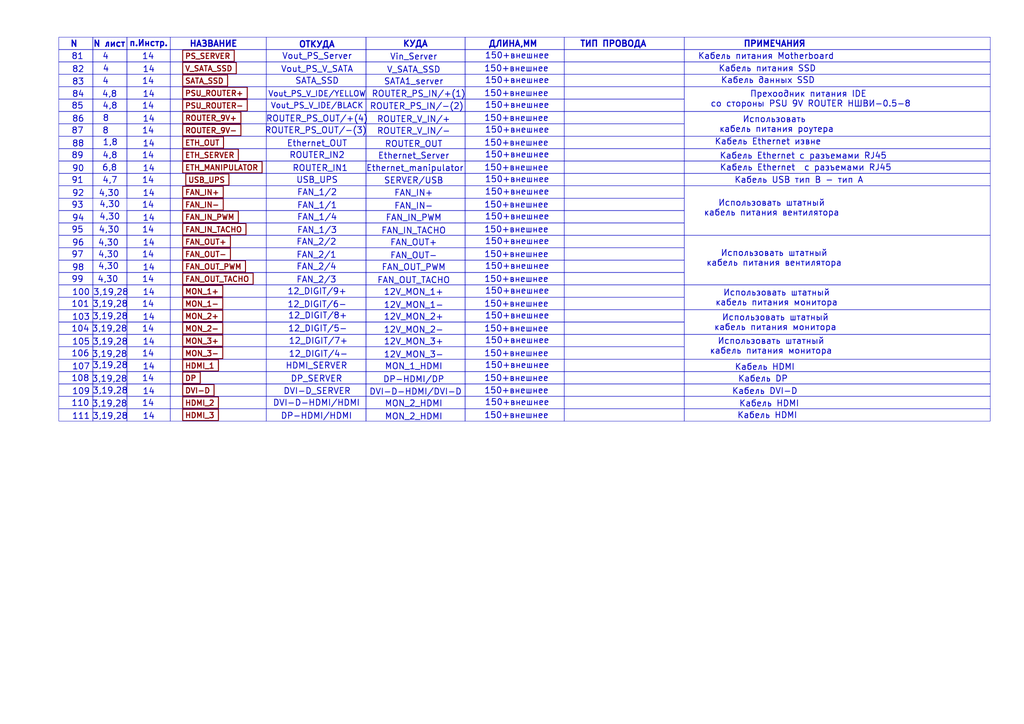
<source format=kicad_sch>
(kicad_sch
	(version 20250114)
	(generator "eeschema")
	(generator_version "9.0")
	(uuid "52091473-1ffa-4204-9fed-eb36dd1b3eb7")
	(paper "A3")
	(lib_symbols)
	(rectangle
		(start 190.754 76.2)
		(end 231.394 81.28)
		(stroke
			(width 0)
			(type default)
		)
		(fill
			(type none)
		)
		(uuid 000d2af7-3b62-4a9c-83d9-17d72d664df9)
	)
	(rectangle
		(start 150.114 81.28)
		(end 190.754 86.36)
		(stroke
			(width 0)
			(type default)
		)
		(fill
			(type none)
		)
		(uuid 015f4613-56ac-478d-9a63-29271d7907f6)
	)
	(rectangle
		(start 231.394 86.36)
		(end 280.67 91.44)
		(stroke
			(width 0)
			(type default)
		)
		(fill
			(type none)
		)
		(uuid 01af3365-8059-4462-b05a-335ce81bca44)
	)
	(rectangle
		(start 52.07 106.68)
		(end 69.85 111.76)
		(stroke
			(width 0)
			(type default)
		)
		(fill
			(type none)
		)
		(uuid 01cafdfe-3dc0-4648-856c-29abadb7fae5)
	)
	(rectangle
		(start 280.67 55.88)
		(end 406.146 60.96)
		(stroke
			(width 0)
			(type default)
		)
		(fill
			(type none)
		)
		(uuid 021acc98-bb26-4dc8-bcb5-459f33444542)
	)
	(rectangle
		(start 150.114 137.16)
		(end 190.754 142.24)
		(stroke
			(width 0)
			(type default)
		)
		(fill
			(type none)
		)
		(uuid 021edac4-4faf-46eb-b885-bd56927447b4)
	)
	(rectangle
		(start 52.07 45.72)
		(end 69.85 50.8)
		(stroke
			(width 0)
			(type default)
		)
		(fill
			(type none)
		)
		(uuid 02d596c3-4b39-4aba-b647-c3541919f5a6)
	)
	(rectangle
		(start 150.114 157.48)
		(end 190.754 162.56)
		(stroke
			(width 0)
			(type default)
		)
		(fill
			(type none)
		)
		(uuid 039a3272-2b16-4a6a-bbce-7684abd9ac95)
	)
	(rectangle
		(start 69.85 127)
		(end 109.22 132.08)
		(stroke
			(width 0)
			(type default)
		)
		(fill
			(type none)
		)
		(uuid 06c1a2c3-30a4-4870-9904-8181154c22aa)
	)
	(rectangle
		(start 24.13 35.56)
		(end 38.1 40.64)
		(stroke
			(width 0)
			(type default)
		)
		(fill
			(type none)
		)
		(uuid 075f2966-c945-406a-bee4-303a8a46d7e5)
	)
	(rectangle
		(start 109.22 40.64)
		(end 150.114 45.72)
		(stroke
			(width 0)
			(type default)
		)
		(fill
			(type none)
		)
		(uuid 0774b133-7165-49d2-b1f2-12b749ff36b9)
	)
	(rectangle
		(start 52.07 96.52)
		(end 69.85 101.6)
		(stroke
			(width 0)
			(type default)
		)
		(fill
			(type none)
		)
		(uuid 081dcb29-f30c-42e5-8fbb-6ed46dc76e0b)
	)
	(rectangle
		(start 24.13 66.04)
		(end 38.1 71.12)
		(stroke
			(width 0)
			(type default)
		)
		(fill
			(type none)
		)
		(uuid 085a7175-2128-49f2-bc47-00d300bcb09b)
	)
	(rectangle
		(start 190.754 91.44)
		(end 231.394 96.52)
		(stroke
			(width 0)
			(type default)
		)
		(fill
			(type none)
		)
		(uuid 0a31f42e-c311-4e4e-b7e0-6f7ab90f358a)
	)
	(rectangle
		(start 69.85 15.24)
		(end 109.22 20.32)
		(stroke
			(width 0)
			(type default)
		)
		(fill
			(type none)
		)
		(uuid 0ae08d72-20cb-4efc-9d50-9979aa23c81a)
	)
	(rectangle
		(start 190.754 45.72)
		(end 231.394 50.8)
		(stroke
			(width 0)
			(type default)
		)
		(fill
			(type none)
		)
		(uuid 0b14b70f-014f-4c02-93d5-de42f65bf38d)
	)
	(rectangle
		(start 190.754 55.88)
		(end 231.394 60.96)
		(stroke
			(width 0)
			(type default)
		)
		(fill
			(type none)
		)
		(uuid 0b761886-06e5-47dc-be5f-2a688bda491b)
	)
	(rectangle
		(start 231.394 111.76)
		(end 280.67 116.84)
		(stroke
			(width 0)
			(type default)
		)
		(fill
			(type none)
		)
		(uuid 0c103c6b-167d-452e-82f7-bb0ad56de09d)
	)
	(rectangle
		(start 69.85 55.88)
		(end 109.22 60.96)
		(stroke
			(width 0)
			(type default)
		)
		(fill
			(type none)
		)
		(uuid 0c278516-a27c-4fc7-aaee-fd1f52f8b70c)
	)
	(rectangle
		(start 52.07 66.04)
		(end 69.85 71.12)
		(stroke
			(width 0)
			(type default)
		)
		(fill
			(type none)
		)
		(uuid 0cb06160-d659-43a5-8e7a-eb5031fd1f31)
	)
	(rectangle
		(start 52.07 127)
		(end 69.85 132.08)
		(stroke
			(width 0)
			(type default)
		)
		(fill
			(type none)
		)
		(uuid 0d078462-fb18-4fc3-8348-99cdc9ab9f3e)
	)
	(rectangle
		(start 231.394 20.32)
		(end 280.67 25.4)
		(stroke
			(width 0)
			(type default)
		)
		(fill
			(type none)
		)
		(uuid 0d715d77-2028-4df7-843e-368b95aa13a2)
	)
	(rectangle
		(start 24.13 91.44)
		(end 38.1 96.52)
		(stroke
			(width 0)
			(type default)
		)
		(fill
			(type none)
		)
		(uuid 0e2cc67c-2ae8-460a-9bb7-d5dfd129f616)
	)
	(rectangle
		(start 52.07 20.32)
		(end 69.85 25.4)
		(stroke
			(width 0)
			(type default)
		)
		(fill
			(type none)
		)
		(uuid 0e70886e-0808-46f2-bc98-5ab5eab7dff4)
	)
	(rectangle
		(start 109.22 142.24)
		(end 150.114 147.32)
		(stroke
			(width 0)
			(type default)
		)
		(fill
			(type none)
		)
		(uuid 0e7cf15b-bbd0-46ab-bbfb-3aa9b8aaa177)
	)
	(rectangle
		(start 150.114 152.4)
		(end 190.754 157.48)
		(stroke
			(width 0)
			(type default)
		)
		(fill
			(type none)
		)
		(uuid 0f8d715c-0510-4a9c-a6d2-65fa466d3856)
	)
	(rectangle
		(start 38.1 60.96)
		(end 52.07 66.04)
		(stroke
			(width 0)
			(type default)
		)
		(fill
			(type none)
		)
		(uuid 0ffb0066-244b-4b6c-8019-657654b93560)
	)
	(rectangle
		(start 38.1 101.6)
		(end 52.07 106.68)
		(stroke
			(width 0)
			(type default)
		)
		(fill
			(type none)
		)
		(uuid 103bc434-f8ef-4b60-a4b2-6eab20079091)
	)
	(rectangle
		(start 109.22 76.2)
		(end 150.114 81.28)
		(stroke
			(width 0)
			(type default)
		)
		(fill
			(type none)
		)
		(uuid 104d2fb5-daac-40a1-a09d-640314474b53)
	)
	(rectangle
		(start 190.754 25.4)
		(end 231.394 30.48)
		(stroke
			(width 0)
			(type default)
		)
		(fill
			(type none)
		)
		(uuid 10fc4903-2ccd-453d-b8ab-16923bcec9bd)
	)
	(rectangle
		(start 280.67 116.84)
		(end 406.146 127)
		(stroke
			(width 0)
			(type default)
		)
		(fill
			(type none)
		)
		(uuid 110ecd4a-21b9-4479-9f90-6287f9fbda5e)
	)
	(rectangle
		(start 280.67 25.4)
		(end 406.146 30.48)
		(stroke
			(width 0)
			(type default)
		)
		(fill
			(type none)
		)
		(uuid 11a17300-b3be-428b-aebe-fd4bfa3bf03d)
	)
	(rectangle
		(start 280.67 152.4)
		(end 406.146 157.48)
		(stroke
			(width 0)
			(type default)
		)
		(fill
			(type none)
		)
		(uuid 12bfcee1-75b1-4cac-94af-19294c46337c)
	)
	(rectangle
		(start 190.754 157.48)
		(end 231.394 162.56)
		(stroke
			(width 0)
			(type default)
		)
		(fill
			(type none)
		)
		(uuid 12f771df-6352-449e-a199-ff5a9110a507)
	)
	(rectangle
		(start 280.67 137.16)
		(end 406.146 147.32)
		(stroke
			(width 0)
			(type default)
		)
		(fill
			(type none)
		)
		(uuid 135e0313-434b-4886-85ea-68c8ff7958c6)
	)
	(rectangle
		(start 38.1 20.32)
		(end 52.07 25.4)
		(stroke
			(width 0)
			(type default)
		)
		(fill
			(type none)
		)
		(uuid 13b21782-ddc1-4ee7-a328-096c2726f6d8)
	)
	(rectangle
		(start 231.394 106.68)
		(end 280.67 111.76)
		(stroke
			(width 0)
			(type default)
		)
		(fill
			(type none)
		)
		(uuid 14826527-8076-442f-bc13-330cdb5587bb)
	)
	(rectangle
		(start 24.13 25.4)
		(end 38.1 30.48)
		(stroke
			(width 0)
			(type default)
		)
		(fill
			(type none)
		)
		(uuid 15359a0f-af43-4f29-9e88-17bd04f47d66)
	)
	(rectangle
		(start 52.07 81.28)
		(end 69.85 86.36)
		(stroke
			(width 0)
			(type default)
		)
		(fill
			(type none)
		)
		(uuid 15531c48-6dc5-4d9e-93d1-b8ea107da08b)
	)
	(rectangle
		(start 150.114 45.72)
		(end 190.754 50.8)
		(stroke
			(width 0)
			(type default)
		)
		(fill
			(type none)
		)
		(uuid 162cf1c8-e41b-4948-bd69-3c4850c8aa20)
	)
	(rectangle
		(start 109.22 55.88)
		(end 150.114 60.96)
		(stroke
			(width 0)
			(type default)
		)
		(fill
			(type none)
		)
		(uuid 17c4f167-97e2-4448-8282-06c420d27500)
	)
	(rectangle
		(start 24.13 167.64)
		(end 38.1 172.72)
		(stroke
			(width 0)
			(type default)
		)
		(fill
			(type none)
		)
		(uuid 18809d23-e6e8-492a-beff-a4f54edbb79f)
	)
	(rectangle
		(start 231.394 15.24)
		(end 280.67 20.32)
		(stroke
			(width 0)
			(type default)
		)
		(fill
			(type none)
		)
		(uuid 1de741cc-8923-4c90-866b-6e55f965b7d2)
	)
	(rectangle
		(start 69.85 66.04)
		(end 109.22 71.12)
		(stroke
			(width 0)
			(type default)
		)
		(fill
			(type none)
		)
		(uuid 21ddb02a-b487-4ba3-a9eb-72555e7c432a)
	)
	(rectangle
		(start 69.85 101.6)
		(end 109.22 106.68)
		(stroke
			(width 0)
			(type default)
		)
		(fill
			(type none)
		)
		(uuid 24972997-4904-497f-8bf7-f111c64bda77)
	)
	(rectangle
		(start 109.22 20.32)
		(end 150.114 25.4)
		(stroke
			(width 0)
			(type default)
		)
		(fill
			(type none)
		)
		(uuid 24e9ef0f-a984-4789-a661-091267048f30)
	)
	(rectangle
		(start 109.22 121.92)
		(end 150.114 127)
		(stroke
			(width 0)
			(type default)
		)
		(fill
			(type none)
		)
		(uuid 263831cb-848c-4977-8f6f-da837be55d87)
	)
	(rectangle
		(start 38.1 132.08)
		(end 52.07 137.16)
		(stroke
			(width 0)
			(type default)
		)
		(fill
			(type none)
		)
		(uuid 26fd1a63-b8ba-4d1f-92a8-18aecd5da3c7)
	)
	(rectangle
		(start 109.22 50.8)
		(end 150.114 55.88)
		(stroke
			(width 0)
			(type default)
		)
		(fill
			(type none)
		)
		(uuid 28dadb62-4628-43e0-9e9f-e6ccfccc7a35)
	)
	(rectangle
		(start 231.394 40.64)
		(end 280.67 45.72)
		(stroke
			(width 0)
			(type default)
		)
		(fill
			(type none)
		)
		(uuid 2b8565cd-eda5-4c20-b80b-8a04add78789)
	)
	(rectangle
		(start 24.13 101.6)
		(end 38.1 106.68)
		(stroke
			(width 0)
			(type default)
		)
		(fill
			(type none)
		)
		(uuid 2bff89e7-57ed-400e-8c9e-95044826f996)
	)
	(rectangle
		(start 231.394 152.4)
		(end 280.67 157.48)
		(stroke
			(width 0)
			(type default)
		)
		(fill
			(type none)
		)
		(uuid 321c9bd7-383d-48af-bb2f-438ea6ff1d8b)
	)
	(rectangle
		(start 52.07 147.32)
		(end 69.85 152.4)
		(stroke
			(width 0)
			(type default)
		)
		(fill
			(type none)
		)
		(uuid 325f2327-9302-418d-8878-94ad57764c4f)
	)
	(rectangle
		(start 150.114 76.2)
		(end 190.754 81.28)
		(stroke
			(width 0)
			(type default)
		)
		(fill
			(type none)
		)
		(uuid 32a9c8b3-691b-4f5f-8047-31296741c833)
	)
	(rectangle
		(start 109.22 91.44)
		(end 150.114 96.52)
		(stroke
			(width 0)
			(type default)
		)
		(fill
			(type none)
		)
		(uuid 32f3216c-e95b-4d1f-b94e-78df8023d908)
	)
	(rectangle
		(start 38.1 167.64)
		(end 52.07 172.72)
		(stroke
			(width 0)
			(type default)
		)
		(fill
			(type none)
		)
		(uuid 335ca66e-8610-44ff-b76d-ef56f3f51b0a)
	)
	(rectangle
		(start 24.13 86.36)
		(end 38.1 91.44)
		(stroke
			(width 0)
			(type default)
		)
		(fill
			(type none)
		)
		(uuid 33a5528b-94be-4518-b1d4-d6be114b4c89)
	)
	(rectangle
		(start 109.22 111.76)
		(end 150.114 116.84)
		(stroke
			(width 0)
			(type default)
		)
		(fill
			(type none)
		)
		(uuid 33c52c62-3e69-4de8-9c62-84400ea1c53d)
	)
	(rectangle
		(start 24.13 132.08)
		(end 38.1 137.16)
		(stroke
			(width 0)
			(type default)
		)
		(fill
			(type none)
		)
		(uuid 365f4284-eb59-4943-bb39-f1887ea94f36)
	)
	(rectangle
		(start 190.754 66.04)
		(end 231.394 71.12)
		(stroke
			(width 0)
			(type default)
		)
		(fill
			(type none)
		)
		(uuid 36e50992-e884-4b1c-9b3c-b1ffc97b5eb9)
	)
	(rectangle
		(start 38.1 71.12)
		(end 52.07 76.2)
		(stroke
			(width 0)
			(type default)
		)
		(fill
			(type none)
		)
		(uuid 382c2b3e-e3a0-4000-a17d-5336e1951e7b)
	)
	(rectangle
		(start 38.1 45.72)
		(end 52.07 50.8)
		(stroke
			(width 0)
			(type default)
		)
		(fill
			(type none)
		)
		(uuid 3b180c3e-29f6-4fd7-a3d5-211a61808f9e)
	)
	(rectangle
		(start 109.22 71.12)
		(end 150.114 76.2)
		(stroke
			(width 0)
			(type default)
		)
		(fill
			(type none)
		)
		(uuid 3b4b3017-4afd-4b17-ad4b-b65e36daa4fc)
	)
	(rectangle
		(start 24.13 162.56)
		(end 38.1 167.64)
		(stroke
			(width 0)
			(type default)
		)
		(fill
			(type none)
		)
		(uuid 3cae5e47-baff-42eb-8ecb-12959d8cd17d)
	)
	(rectangle
		(start 24.13 157.48)
		(end 38.1 162.56)
		(stroke
			(width 0)
			(type default)
		)
		(fill
			(type none)
		)
		(uuid 3d284900-eaef-4225-bda1-4de3fe6d8f32)
	)
	(rectangle
		(start 231.394 127)
		(end 280.67 132.08)
		(stroke
			(width 0)
			(type default)
		)
		(fill
			(type none)
		)
		(uuid 3d4c3949-2fc9-4366-8875-3910806c3af2)
	)
	(rectangle
		(start 150.114 86.36)
		(end 190.754 91.44)
		(stroke
			(width 0)
			(type default)
		)
		(fill
			(type none)
		)
		(uuid 3dd87d75-238d-4917-8b7f-1677974d2312)
	)
	(rectangle
		(start 38.1 25.4)
		(end 52.07 30.48)
		(stroke
			(width 0)
			(type default)
		)
		(fill
			(type none)
		)
		(uuid 407490ac-a7de-4604-8183-07cc511db59d)
	)
	(rectangle
		(start 231.394 60.96)
		(end 280.67 66.04)
		(stroke
			(width 0)
			(type default)
		)
		(fill
			(type none)
		)
		(uuid 4079d3e0-61a6-42ed-901f-dff7922e9900)
	)
	(rectangle
		(start 231.394 30.48)
		(end 280.67 35.56)
		(stroke
			(width 0)
			(type default)
		)
		(fill
			(type none)
		)
		(uuid 4462210c-cc2a-49d1-a70f-2ef6ddbb9733)
	)
	(rectangle
		(start 109.22 127)
		(end 150.114 132.08)
		(stroke
			(width 0)
			(type default)
		)
		(fill
			(type none)
		)
		(uuid 45313060-93b2-4f89-82eb-b85aad73e335)
	)
	(rectangle
		(start 109.22 25.4)
		(end 150.114 30.48)
		(stroke
			(width 0)
			(type default)
		)
		(fill
			(type none)
		)
		(uuid 453f5dfc-df47-41bf-bf45-97cc6b0c041a)
	)
	(rectangle
		(start 109.22 106.68)
		(end 150.114 111.76)
		(stroke
			(width 0)
			(type default)
		)
		(fill
			(type none)
		)
		(uuid 459984a8-585e-4c71-801d-317528b32042)
	)
	(rectangle
		(start 190.754 20.32)
		(end 231.394 25.4)
		(stroke
			(width 0)
			(type default)
		)
		(fill
			(type none)
		)
		(uuid 45c63dae-bfe3-4d20-a55d-e04a79d72341)
	)
	(rectangle
		(start 69.85 91.44)
		(end 109.22 96.52)
		(stroke
			(width 0)
			(type default)
		)
		(fill
			(type none)
		)
		(uuid 47685db6-d84a-4d31-990c-2c3e643f2a54)
	)
	(rectangle
		(start 190.754 111.76)
		(end 231.394 116.84)
		(stroke
			(width 0)
			(type default)
		)
		(fill
			(type none)
		)
		(uuid 48226b6b-f817-4f1a-b553-4fdcc70c9963)
	)
	(rectangle
		(start 150.114 147.32)
		(end 190.754 152.4)
		(stroke
			(width 0)
			(type default)
		)
		(fill
			(type none)
		)
		(uuid 4914890a-2a50-431a-a8f6-3f008d834805)
	)
	(rectangle
		(start 38.1 91.44)
		(end 52.07 96.52)
		(stroke
			(width 0)
			(type default)
		)
		(fill
			(type none)
		)
		(uuid 493f1081-9911-4918-9924-b185d9e83c36)
	)
	(rectangle
		(start 190.754 96.52)
		(end 231.394 101.6)
		(stroke
			(width 0)
			(type default)
		)
		(fill
			(type none)
		)
		(uuid 49825fba-7033-43e6-a688-00c71d6fdda8)
	)
	(rectangle
		(start 24.13 152.4)
		(end 38.1 157.48)
		(stroke
			(width 0)
			(type default)
		)
		(fill
			(type none)
		)
		(uuid 4990b93a-5467-4821-9913-7a975f326d70)
	)
	(rectangle
		(start 150.114 30.48)
		(end 190.754 35.56)
		(stroke
			(width 0)
			(type default)
		)
		(fill
			(type none)
		)
		(uuid 4ab84500-91d6-4a10-b78e-2679adee4172)
	)
	(rectangle
		(start 231.394 76.2)
		(end 280.67 81.28)
		(stroke
			(width 0)
			(type default)
		)
		(fill
			(type none)
		)
		(uuid 4abef1e3-b69e-4b72-ad36-8a05db845df5)
	)
	(rectangle
		(start 280.67 45.72)
		(end 406.146 55.88)
		(stroke
			(width 0)
			(type default)
		)
		(fill
			(type none)
		)
		(uuid 4af39829-50d7-407a-a2a0-d481bc62a785)
	)
	(rectangle
		(start 24.13 55.88)
		(end 38.1 60.96)
		(stroke
			(width 0)
			(type default)
		)
		(fill
			(type none)
		)
		(uuid 4c9c2de5-dfbc-461f-b935-bc1c896765fb)
	)
	(rectangle
		(start 24.13 45.72)
		(end 38.1 50.8)
		(stroke
			(width 0)
			(type default)
		)
		(fill
			(type none)
		)
		(uuid 4d9694ae-c6fd-44b1-b030-30899ac58faf)
	)
	(rectangle
		(start 280.67 157.48)
		(end 406.146 162.56)
		(stroke
			(width 0)
			(type default)
		)
		(fill
			(type none)
		)
		(uuid 4daa3151-150d-441e-9011-7973a83b46fd)
	)
	(rectangle
		(start 231.394 25.4)
		(end 280.67 30.48)
		(stroke
			(width 0)
			(type default)
		)
		(fill
			(type none)
		)
		(uuid 4e5a3fe3-bed8-49be-a47d-110ca945adb2)
	)
	(rectangle
		(start 190.754 121.92)
		(end 231.394 127)
		(stroke
			(width 0)
			(type default)
		)
		(fill
			(type none)
		)
		(uuid 4eddc6d1-2a0c-438d-8428-18f40db9a873)
	)
	(rectangle
		(start 150.114 106.68)
		(end 190.754 111.76)
		(stroke
			(width 0)
			(type default)
		)
		(fill
			(type none)
		)
		(uuid 4fb97e8e-bd2b-4c5e-b92f-e718050ae37c)
	)
	(rectangle
		(start 280.67 15.24)
		(end 406.146 20.32)
		(stroke
			(width 0)
			(type default)
		)
		(fill
			(type none)
		)
		(uuid 4fd6896f-34e3-4925-b704-e5a08b18ace6)
	)
	(rectangle
		(start 190.754 127)
		(end 231.394 132.08)
		(stroke
			(width 0)
			(type default)
		)
		(fill
			(type none)
		)
		(uuid 5064099e-fbb6-4691-b914-0e02f53509e2)
	)
	(rectangle
		(start 150.114 111.76)
		(end 190.754 116.84)
		(stroke
			(width 0)
			(type default)
		)
		(fill
			(type none)
		)
		(uuid 50a7686b-6de0-4efd-88b4-b6538d6edef3)
	)
	(rectangle
		(start 190.754 40.64)
		(end 231.394 45.72)
		(stroke
			(width 0)
			(type default)
		)
		(fill
			(type none)
		)
		(uuid 50c1ad2d-357d-4cb3-a9b5-345202d0ac5c)
	)
	(rectangle
		(start 190.754 142.24)
		(end 231.394 147.32)
		(stroke
			(width 0)
			(type default)
		)
		(fill
			(type none)
		)
		(uuid 52ebd700-0f7d-4dea-9c04-298b7cdc1c88)
	)
	(rectangle
		(start 24.13 137.16)
		(end 38.1 142.24)
		(stroke
			(width 0)
			(type default)
		)
		(fill
			(type none)
		)
		(uuid 531699ff-43b6-49d7-9468-7c2b125e88d7)
	)
	(rectangle
		(start 69.85 157.48)
		(end 109.22 162.56)
		(stroke
			(width 0)
			(type default)
		)
		(fill
			(type none)
		)
		(uuid 5669132d-0ed2-487e-a2f4-5a51f108e434)
	)
	(rectangle
		(start 38.1 106.68)
		(end 52.07 111.76)
		(stroke
			(width 0)
			(type default)
		)
		(fill
			(type none)
		)
		(uuid 577a4a06-3b4c-4517-8279-87be0c0a94d5)
	)
	(rectangle
		(start 190.754 106.68)
		(end 231.394 111.76)
		(stroke
			(width 0)
			(type default)
		)
		(fill
			(type none)
		)
		(uuid 599d2d75-2619-4f43-8e07-f48cf283aca5)
	)
	(rectangle
		(start 69.85 25.4)
		(end 109.22 30.48)
		(stroke
			(width 0)
			(type default)
		)
		(fill
			(type none)
		)
		(uuid 5b4dec12-43c6-430c-8c97-a2e9bd807f19)
	)
	(rectangle
		(start 150.114 132.08)
		(end 190.754 137.16)
		(stroke
			(width 0)
			(type default)
		)
		(fill
			(type none)
		)
		(uuid 5b9bb560-7b27-4367-a5b3-8e6bd6fddad2)
	)
	(rectangle
		(start 69.85 106.68)
		(end 109.22 111.76)
		(stroke
			(width 0)
			(type default)
		)
		(fill
			(type none)
		)
		(uuid 5c11b70f-4ff2-4f8d-8814-88daad74ab1a)
	)
	(rectangle
		(start 69.85 167.64)
		(end 109.22 172.72)
		(stroke
			(width 0)
			(type default)
		)
		(fill
			(type none)
		)
		(uuid 5d23fe81-6dce-4623-877d-6876607d938d)
	)
	(rectangle
		(start 150.114 162.56)
		(end 190.754 167.64)
		(stroke
			(width 0)
			(type default)
		)
		(fill
			(type none)
		)
		(uuid 5d514ce3-1cf9-45f1-b0f4-1ee6a26fe2b4)
	)
	(rectangle
		(start 190.754 167.64)
		(end 231.394 172.72)
		(stroke
			(width 0)
			(type default)
		)
		(fill
			(type none)
		)
		(uuid 5d9c0277-3c70-49e4-9848-f689c971f36c)
	)
	(rectangle
		(start 109.22 86.36)
		(end 150.114 91.44)
		(stroke
			(width 0)
			(type default)
		)
		(fill
			(type none)
		)
		(uuid 5e4fc128-6120-41fc-9a24-3f29f1a6bc46)
	)
	(rectangle
		(start 150.114 101.6)
		(end 190.754 106.68)
		(stroke
			(width 0)
			(type default)
		)
		(fill
			(type none)
		)
		(uuid 5f4eb417-fbaf-4930-84b6-d2f1817aec3d)
	)
	(rectangle
		(start 69.85 81.28)
		(end 109.22 86.36)
		(stroke
			(width 0)
			(type default)
		)
		(fill
			(type none)
		)
		(uuid 61131c94-9e14-4496-b0f7-73e17cb4a689)
	)
	(rectangle
		(start 109.22 15.24)
		(end 150.114 20.32)
		(stroke
			(width 0)
			(type default)
		)
		(fill
			(type none)
		)
		(uuid 622a6946-73de-46fa-b1db-3a1048be01b0)
	)
	(rectangle
		(start 52.07 71.12)
		(end 69.85 76.2)
		(stroke
			(width 0)
			(type default)
		)
		(fill
			(type none)
		)
		(uuid 622bbbae-d898-4522-99dd-3dc6f3e51f4b)
	)
	(rectangle
		(start 52.07 157.48)
		(end 69.85 162.56)
		(stroke
			(width 0)
			(type default)
		)
		(fill
			(type none)
		)
		(uuid 63216d31-fc6b-4206-859d-3e97a327d92d)
	)
	(rectangle
		(start 280.67 96.52)
		(end 406.146 116.84)
		(stroke
			(width 0)
			(type default)
		)
		(fill
			(type none)
		)
		(uuid 66e96026-64c3-4972-a667-82d29b986ad3)
	)
	(rectangle
		(start 38.1 35.56)
		(end 52.07 40.64)
		(stroke
			(width 0)
			(type default)
		)
		(fill
			(type none)
		)
		(uuid 68eb8f6b-ae8f-4d6e-beee-608b3b986b8a)
	)
	(rectangle
		(start 150.114 121.92)
		(end 190.754 127)
		(stroke
			(width 0)
			(type default)
		)
		(fill
			(type none)
		)
		(uuid 69a60165-24f2-4d50-b2b8-a34042860ed0)
	)
	(rectangle
		(start 38.1 147.32)
		(end 52.07 152.4)
		(stroke
			(width 0)
			(type default)
		)
		(fill
			(type none)
		)
		(uuid 6ae3d01c-d343-4e27-95f4-e59276f105ec)
	)
	(rectangle
		(start 38.1 162.56)
		(end 52.07 167.64)
		(stroke
			(width 0)
			(type default)
		)
		(fill
			(type none)
		)
		(uuid 6b05a996-de54-428c-a05f-05418969835f)
	)
	(rectangle
		(start 69.85 121.92)
		(end 109.22 127)
		(stroke
			(width 0)
			(type default)
		)
		(fill
			(type none)
		)
		(uuid 6b56f34d-6115-481b-a313-ce8cc7ffa13c)
	)
	(rectangle
		(start 69.85 162.56)
		(end 109.22 167.64)
		(stroke
			(width 0)
			(type default)
		)
		(fill
			(type none)
		)
		(uuid 6c0ff1de-17d3-46d3-ab4e-b9d9179901d6)
	)
	(rectangle
		(start 150.114 35.56)
		(end 190.754 40.64)
		(stroke
			(width 0)
			(type default)
		)
		(fill
			(type none)
		)
		(uuid 6c143f5e-15f2-4e80-84c3-edd8f0526ce0)
	)
	(rectangle
		(start 280.67 71.12)
		(end 406.146 76.2)
		(stroke
			(width 0)
			(type default)
		)
		(fill
			(type none)
		)
		(uuid 6e1c396e-67b7-442b-887a-346327dbd283)
	)
	(rectangle
		(start 231.394 132.08)
		(end 280.67 137.16)
		(stroke
			(width 0)
			(type default)
		)
		(fill
			(type none)
		)
		(uuid 6e6b3677-71a8-4d39-a7c4-ef1d6d04780d)
	)
	(rectangle
		(start 38.1 96.52)
		(end 52.07 101.6)
		(stroke
			(width 0)
			(type default)
		)
		(fill
			(type none)
		)
		(uuid 6e7b4777-2fd2-46a1-a2ea-2bf0a0647384)
	)
	(rectangle
		(start 52.07 162.56)
		(end 69.85 167.64)
		(stroke
			(width 0)
			(type default)
		)
		(fill
			(type none)
		)
		(uuid 6f3815f4-89fd-4802-bf24-73be017bce52)
	)
	(rectangle
		(start 38.1 15.24)
		(end 52.07 20.32)
		(stroke
			(width 0)
			(type default)
		)
		(fill
			(type none)
		)
		(uuid 703ff485-4293-4c9f-a39d-d36eb6b9f3d7)
	)
	(rectangle
		(start 109.22 147.32)
		(end 150.114 152.4)
		(stroke
			(width 0)
			(type default)
		)
		(fill
			(type none)
		)
		(uuid 7090b9df-13f5-4366-890b-0efbe324a02d)
	)
	(rectangle
		(start 52.07 152.4)
		(end 69.85 157.48)
		(stroke
			(width 0)
			(type default)
		)
		(fill
			(type none)
		)
		(uuid 70b2ea38-76c8-4383-81b8-6c7b8ee33bfc)
	)
	(rectangle
		(start 150.114 116.84)
		(end 190.754 121.92)
		(stroke
			(width 0)
			(type default)
		)
		(fill
			(type none)
		)
		(uuid 716dbaae-038a-4816-8f28-b7888149d09b)
	)
	(rectangle
		(start 190.754 132.08)
		(end 231.394 137.16)
		(stroke
			(width 0)
			(type default)
		)
		(fill
			(type none)
		)
		(uuid 71a51f58-11c0-465a-862e-61759721fd9f)
	)
	(rectangle
		(start 24.13 40.64)
		(end 38.1 45.72)
		(stroke
			(width 0)
			(type default)
		)
		(fill
			(type none)
		)
		(uuid 729aaca9-cbec-465a-98be-46276656fa81)
	)
	(rectangle
		(start 38.1 137.16)
		(end 52.07 142.24)
		(stroke
			(width 0)
			(type default)
		)
		(fill
			(type none)
		)
		(uuid 72f07945-beb2-4632-99f9-323f9eab3613)
	)
	(rectangle
		(start 24.13 121.92)
		(end 38.1 127)
		(stroke
			(width 0)
			(type default)
		)
		(fill
			(type none)
		)
		(uuid 7326fac7-da5a-4d56-93e7-5c48b190252b)
	)
	(rectangle
		(start 24.13 106.68)
		(end 38.1 111.76)
		(stroke
			(width 0)
			(type default)
		)
		(fill
			(type none)
		)
		(uuid 73b5d2e3-ed62-4076-a1bb-ec2cce092fe1)
	)
	(rectangle
		(start 190.754 15.24)
		(end 231.394 20.32)
		(stroke
			(width 0)
			(type default)
		)
		(fill
			(type none)
		)
		(uuid 73d7df07-80bb-4c88-9f7b-5e31ce39eaf1)
	)
	(rectangle
		(start 69.85 60.96)
		(end 109.22 66.04)
		(stroke
			(width 0)
			(type default)
		)
		(fill
			(type none)
		)
		(uuid 759aaafe-fec2-4552-9ced-85cafc03b474)
	)
	(rectangle
		(start 190.754 30.48)
		(end 231.394 35.56)
		(stroke
			(width 0)
			(type default)
		)
		(fill
			(type none)
		)
		(uuid 762bb30a-c2ad-44c2-8642-8c7cd978690a)
	)
	(rectangle
		(start 150.114 167.64)
		(end 190.754 172.72)
		(stroke
			(width 0)
			(type default)
		)
		(fill
			(type none)
		)
		(uuid 76719551-ae0d-4f01-95e6-3875ae9dbad8)
	)
	(rectangle
		(start 52.07 60.96)
		(end 69.85 66.04)
		(stroke
			(width 0)
			(type default)
		)
		(fill
			(type none)
		)
		(uuid 7696df95-ba76-4c64-8dc2-87e8bb131fbc)
	)
	(rectangle
		(start 52.07 132.08)
		(end 69.85 137.16)
		(stroke
			(width 0)
			(type default)
		)
		(fill
			(type none)
		)
		(uuid 776451ad-e0a8-49bf-ad4e-cfbc56cd1f95)
	)
	(rectangle
		(start 24.13 30.48)
		(end 38.1 35.56)
		(stroke
			(width 0)
			(type default)
		)
		(fill
			(type none)
		)
		(uuid 78706c1e-85cf-4daa-94af-a07acdff39f8)
	)
	(rectangle
		(start 190.754 152.4)
		(end 231.394 157.48)
		(stroke
			(width 0)
			(type default)
		)
		(fill
			(type none)
		)
		(uuid 7c7324fa-ab2f-417d-90be-06d80c2cba8b)
	)
	(rectangle
		(start 24.13 15.24)
		(end 38.1 20.32)
		(stroke
			(width 0)
			(type default)
		)
		(fill
			(type none)
		)
		(uuid 7e44b119-5459-4507-9689-f00dfb87707d)
	)
	(rectangle
		(start 52.07 35.56)
		(end 69.85 40.64)
		(stroke
			(width 0)
			(type default)
		)
		(fill
			(type none)
		)
		(uuid 7e6bfc8f-9666-4c5b-a678-cb9788596b68)
	)
	(rectangle
		(start 280.67 76.2)
		(end 406.146 96.52)
		(stroke
			(width 0)
			(type default)
		)
		(fill
			(type none)
		)
		(uuid 81d9dab6-94c6-4330-a7c6-3016c6fb707c)
	)
	(rectangle
		(start 24.13 127)
		(end 38.1 132.08)
		(stroke
			(width 0)
			(type default)
		)
		(fill
			(type none)
		)
		(uuid 82944518-dba6-4e96-b77d-ecdd70875fb7)
	)
	(rectangle
		(start 190.754 86.36)
		(end 231.394 91.44)
		(stroke
			(width 0)
			(type default)
		)
		(fill
			(type none)
		)
		(uuid 82c60896-427e-4376-9698-4bd89e8171b2)
	)
	(rectangle
		(start 69.85 30.48)
		(end 109.22 35.56)
		(stroke
			(width 0)
			(type default)
		)
		(fill
			(type none)
		)
		(uuid 83d2726e-6d6b-4b6d-8e93-2001475b2475)
	)
	(rectangle
		(start 109.22 66.04)
		(end 150.114 71.12)
		(stroke
			(width 0)
			(type default)
		)
		(fill
			(type none)
		)
		(uuid 881a8086-667e-4585-9f93-047606315ab8)
	)
	(rectangle
		(start 69.85 50.8)
		(end 109.22 55.88)
		(stroke
			(width 0)
			(type default)
		)
		(fill
			(type none)
		)
		(uuid 8ad1698d-ab5b-493d-9f5c-688fee708ba1)
	)
	(rectangle
		(start 280.67 35.56)
		(end 406.146 45.72)
		(stroke
			(width 0)
			(type default)
		)
		(fill
			(type none)
		)
		(uuid 8c15779e-d63c-4fed-bf98-de3807835b05)
	)
	(rectangle
		(start 109.22 45.72)
		(end 150.114 50.8)
		(stroke
			(width 0)
			(type default)
		)
		(fill
			(type none)
		)
		(uuid 8d4681af-9ff8-4575-b5de-a0b5cb7fe32c)
	)
	(rectangle
		(start 150.114 66.04)
		(end 190.754 71.12)
		(stroke
			(width 0)
			(type default)
		)
		(fill
			(type none)
		)
		(uuid 8e76648f-a5e2-47c8-b7df-3eaafa665432)
	)
	(rectangle
		(start 280.67 162.56)
		(end 406.146 167.64)
		(stroke
			(width 0)
			(type default)
		)
		(fill
			(type none)
		)
		(uuid 8f1fc30b-7ea4-489f-8b47-5ed0049a0e01)
	)
	(rectangle
		(start 231.394 167.64)
		(end 280.67 172.72)
		(stroke
			(width 0)
			(type default)
		)
		(fill
			(type none)
		)
		(uuid 8f821d36-3d5d-4aba-aa0d-e571947250f1)
	)
	(rectangle
		(start 69.85 142.24)
		(end 109.22 147.32)
		(stroke
			(width 0)
			(type default)
		)
		(fill
			(type none)
		)
		(uuid 8ff57288-dd46-467a-8120-ddf3ec1e45a9)
	)
	(rectangle
		(start 69.85 35.56)
		(end 109.22 40.64)
		(stroke
			(width 0)
			(type default)
		)
		(fill
			(type none)
		)
		(uuid 902831c3-ff98-4ea4-9120-31dcbf5cbc0b)
	)
	(rectangle
		(start 190.754 50.8)
		(end 231.394 55.88)
		(stroke
			(width 0)
			(type default)
		)
		(fill
			(type none)
		)
		(uuid 90741091-0714-4913-87c1-e256a7f9e14a)
	)
	(rectangle
		(start 150.114 142.24)
		(end 190.754 147.32)
		(stroke
			(width 0)
			(type default)
		)
		(fill
			(type none)
		)
		(uuid 90b817ab-7caf-4012-b74f-249e5273f26a)
	)
	(rectangle
		(start 109.22 162.56)
		(end 150.114 167.64)
		(stroke
			(width 0)
			(type default)
		)
		(fill
			(type none)
		)
		(uuid 91eeaf8b-71a4-4dd9-a4f1-0494be725ff1)
	)
	(rectangle
		(start 38.1 111.76)
		(end 52.07 116.84)
		(stroke
			(width 0)
			(type default)
		)
		(fill
			(type none)
		)
		(uuid 92813ad9-d3bc-429c-8ce0-1110c96a7331)
	)
	(rectangle
		(start 190.754 35.56)
		(end 231.394 40.64)
		(stroke
			(width 0)
			(type default)
		)
		(fill
			(type none)
		)
		(uuid 93de9177-1be9-40ba-8de9-44fb4efb641e)
	)
	(rectangle
		(start 109.22 96.52)
		(end 150.114 101.6)
		(stroke
			(width 0)
			(type default)
		)
		(fill
			(type none)
		)
		(uuid 94f38ee0-33c6-45a3-afca-26f25849f9be)
	)
	(rectangle
		(start 231.394 45.72)
		(end 280.67 50.8)
		(stroke
			(width 0)
			(type default)
		)
		(fill
			(type none)
		)
		(uuid 9a615082-3206-4dc6-a199-9a36fa51dd2d)
	)
	(rectangle
		(start 38.1 157.48)
		(end 52.07 162.56)
		(stroke
			(width 0)
			(type default)
		)
		(fill
			(type none)
		)
		(uuid 9dfc81e2-7693-4969-8c71-ff8a127ee234)
	)
	(rectangle
		(start 231.394 137.16)
		(end 280.67 142.24)
		(stroke
			(width 0)
			(type default)
		)
		(fill
			(type none)
		)
		(uuid 9f09516d-6e08-49f5-a87c-f5d6b8b1fb42)
	)
	(rectangle
		(start 52.07 111.76)
		(end 69.85 116.84)
		(stroke
			(width 0)
			(type default)
		)
		(fill
			(type none)
		)
		(uuid 9facf0dc-0551-4e1c-8011-ff1eafb45ee7)
	)
	(rectangle
		(start 52.07 121.92)
		(end 69.85 127)
		(stroke
			(width 0)
			(type default)
		)
		(fill
			(type none)
		)
		(uuid a0c712cd-16ef-4bc0-98d4-5cb4b0f795e2)
	)
	(rectangle
		(start 69.85 71.12)
		(end 109.22 76.2)
		(stroke
			(width 0)
			(type default)
		)
		(fill
			(type none)
		)
		(uuid a1905eff-bdb4-4604-83a5-9ec0c18d0519)
	)
	(rectangle
		(start 38.1 86.36)
		(end 52.07 91.44)
		(stroke
			(width 0)
			(type default)
		)
		(fill
			(type none)
		)
		(uuid a4e57070-121e-4ab0-8897-73b70ef7be40)
	)
	(rectangle
		(start 190.754 147.32)
		(end 231.394 152.4)
		(stroke
			(width 0)
			(type default)
		)
		(fill
			(type none)
		)
		(uuid a51b9603-29b7-47f3-906a-f097a60f0412)
	)
	(rectangle
		(start 231.394 50.8)
		(end 280.67 55.88)
		(stroke
			(width 0)
			(type default)
		)
		(fill
			(type none)
		)
		(uuid a6c0970b-52a0-4e00-b20e-3f2ee31e2cf8)
	)
	(rectangle
		(start 231.394 157.48)
		(end 280.67 162.56)
		(stroke
			(width 0)
			(type default)
		)
		(fill
			(type none)
		)
		(uuid a73911c4-4928-4a37-9a14-c80e22f7aa9e)
	)
	(rectangle
		(start 69.85 137.16)
		(end 109.22 142.24)
		(stroke
			(width 0)
			(type default)
		)
		(fill
			(type none)
		)
		(uuid a8956359-8e09-44e8-b838-11b00262b39c)
	)
	(rectangle
		(start 52.07 76.2)
		(end 69.85 81.28)
		(stroke
			(width 0)
			(type default)
		)
		(fill
			(type none)
		)
		(uuid a944a1c1-4a92-404f-9dc7-5bcdda40fdd0)
	)
	(rectangle
		(start 231.394 162.56)
		(end 280.67 167.64)
		(stroke
			(width 0)
			(type default)
		)
		(fill
			(type none)
		)
		(uuid a96a5eaa-3d65-4a85-8221-ae72c9aaf73b)
	)
	(rectangle
		(start 24.13 96.52)
		(end 38.1 101.6)
		(stroke
			(width 0)
			(type default)
		)
		(fill
			(type none)
		)
		(uuid a9da1e4f-efd8-4479-bcb4-413238f2ad1b)
	)
	(rectangle
		(start 150.114 50.8)
		(end 190.754 55.88)
		(stroke
			(width 0)
			(type default)
		)
		(fill
			(type none)
		)
		(uuid ac1788c0-a4ea-4e14-a7ea-2c2b45454f83)
	)
	(rectangle
		(start 150.114 55.88)
		(end 190.754 60.96)
		(stroke
			(width 0)
			(type default)
		)
		(fill
			(type none)
		)
		(uuid ac4b0d3f-b618-4f34-8dab-90ae0fd95217)
	)
	(rectangle
		(start 52.07 116.84)
		(end 69.85 121.92)
		(stroke
			(width 0)
			(type default)
		)
		(fill
			(type none)
		)
		(uuid ad2372f1-e9b8-41fc-88d0-f3a73b2bc360)
	)
	(rectangle
		(start 24.13 71.12)
		(end 38.1 76.2)
		(stroke
			(width 0)
			(type default)
		)
		(fill
			(type none)
		)
		(uuid ad893044-5d87-47f0-958c-56dbc84ad452)
	)
	(rectangle
		(start 52.07 91.44)
		(end 69.85 96.52)
		(stroke
			(width 0)
			(type default)
		)
		(fill
			(type none)
		)
		(uuid ae415303-8318-4978-b889-dda5235b5fe5)
	)
	(rectangle
		(start 280.67 127)
		(end 406.146 137.16)
		(stroke
			(width 0)
			(type default)
		)
		(fill
			(type none)
		)
		(uuid b0ba2fc4-646b-4f7d-a2c0-de28de1524b9)
	)
	(rectangle
		(start 38.1 76.2)
		(end 52.07 81.28)
		(stroke
			(width 0)
			(type default)
		)
		(fill
			(type none)
		)
		(uuid b44cbbe2-2924-4154-b182-3f30e830b7aa)
	)
	(rectangle
		(start 190.754 137.16)
		(end 231.394 142.24)
		(stroke
			(width 0)
			(type default)
		)
		(fill
			(type none)
		)
		(uuid b60ceb4c-3851-4eeb-b1f7-26b952a0bdb9)
	)
	(rectangle
		(start 109.22 132.08)
		(end 150.114 137.16)
		(stroke
			(width 0)
			(type default)
		)
		(fill
			(type none)
		)
		(uuid b71d788f-2ced-492c-85af-25c628236394)
	)
	(rectangle
		(start 24.13 50.8)
		(end 38.1 55.88)
		(stroke
			(width 0)
			(type default)
		)
		(fill
			(type none)
		)
		(uuid b7a2fba0-28d8-47c7-873f-a9cd2ae4dda1)
	)
	(rectangle
		(start 231.394 91.44)
		(end 280.67 96.52)
		(stroke
			(width 0)
			(type default)
		)
		(fill
			(type none)
		)
		(uuid b7e0e7aa-6e15-4475-98b8-ba5f2cd8bdd1)
	)
	(rectangle
		(start 231.394 55.88)
		(end 280.67 60.96)
		(stroke
			(width 0)
			(type default)
		)
		(fill
			(type none)
		)
		(uuid ba9382f1-a990-47d3-802c-daff2626fdd6)
	)
	(rectangle
		(start 190.754 101.6)
		(end 231.394 106.68)
		(stroke
			(width 0)
			(type default)
		)
		(fill
			(type none)
		)
		(uuid bb49ea2f-0200-426f-834a-eba01ff16375)
	)
	(rectangle
		(start 150.114 20.32)
		(end 190.754 25.4)
		(stroke
			(width 0)
			(type default)
		)
		(fill
			(type none)
		)
		(uuid bb63c6bb-d10e-4577-8904-c0d6bb004e16)
	)
	(rectangle
		(start 109.22 152.4)
		(end 150.114 157.48)
		(stroke
			(width 0)
			(type default)
		)
		(fill
			(type none)
		)
		(uuid bb96e012-6e92-4c16-88e7-f7efb8c3aa4d)
	)
	(rectangle
		(start 52.07 101.6)
		(end 69.85 106.68)
		(stroke
			(width 0)
			(type default)
		)
		(fill
			(type none)
		)
		(uuid bd7d19ec-b721-46c5-bfa4-52e439ce2a36)
	)
	(rectangle
		(start 109.22 30.48)
		(end 150.114 35.56)
		(stroke
			(width 0)
			(type default)
		)
		(fill
			(type none)
		)
		(uuid bda19ce6-15d8-49be-823b-df39dc255e92)
	)
	(rectangle
		(start 150.114 96.52)
		(end 190.754 101.6)
		(stroke
			(width 0)
			(type default)
		)
		(fill
			(type none)
		)
		(uuid c0c485b3-2e36-4462-8363-f629626b068f)
	)
	(rectangle
		(start 109.22 60.96)
		(end 150.114 66.04)
		(stroke
			(width 0)
			(type default)
		)
		(fill
			(type none)
		)
		(uuid c2c21c08-0ced-4655-8128-bb6c2a6cc006)
	)
	(rectangle
		(start 38.1 121.92)
		(end 52.07 127)
		(stroke
			(width 0)
			(type default)
		)
		(fill
			(type none)
		)
		(uuid c53026d3-63b6-4b1d-a5a5-22cb7ec603c9)
	)
	(rectangle
		(start 231.394 147.32)
		(end 280.67 152.4)
		(stroke
			(width 0)
			(type default)
		)
		(fill
			(type none)
		)
		(uuid c603b848-6bf5-4cc3-99b8-00b80fea74dd)
	)
	(rectangle
		(start 280.67 66.04)
		(end 406.146 71.12)
		(stroke
			(width 0)
			(type default)
		)
		(fill
			(type none)
		)
		(uuid c77ada0f-8cf9-4db6-832d-c07e84a8d1a0)
	)
	(rectangle
		(start 280.67 30.48)
		(end 406.146 35.56)
		(stroke
			(width 0)
			(type default)
		)
		(fill
			(type none)
		)
		(uuid c8363ff6-8f29-47ba-b775-f81a84abec8f)
	)
	(rectangle
		(start 38.1 50.8)
		(end 52.07 55.88)
		(stroke
			(width 0)
			(type default)
		)
		(fill
			(type none)
		)
		(uuid c92b06d1-d0b6-4f3b-9502-25ed287c448d)
	)
	(rectangle
		(start 52.07 50.8)
		(end 69.85 55.88)
		(stroke
			(width 0)
			(type default)
		)
		(fill
			(type none)
		)
		(uuid c9f2a63e-2473-410c-aafd-ecb1bf97a000)
	)
	(rectangle
		(start 109.22 116.84)
		(end 150.114 121.92)
		(stroke
			(width 0)
			(type default)
		)
		(fill
			(type none)
		)
		(uuid ccc0d77c-d905-4e89-b2d0-6fe7eab95124)
	)
	(rectangle
		(start 24.13 76.2)
		(end 38.1 81.28)
		(stroke
			(width 0)
			(type default)
		)
		(fill
			(type none)
		)
		(uuid cd0781c3-89df-4bb3-ae0a-64aeeb491a68)
	)
	(rectangle
		(start 24.13 60.96)
		(end 38.1 66.04)
		(stroke
			(width 0)
			(type default)
		)
		(fill
			(type none)
		)
		(uuid cd667bd5-17f6-421f-b6b2-75caafe44c6a)
	)
	(rectangle
		(start 38.1 55.88)
		(end 52.07 60.96)
		(stroke
			(width 0)
			(type default)
		)
		(fill
			(type none)
		)
		(uuid ce110d5f-3291-4038-a4d2-414e31941163)
	)
	(rectangle
		(start 38.1 116.84)
		(end 52.07 121.92)
		(stroke
			(width 0)
			(type default)
		)
		(fill
			(type none)
		)
		(uuid ceb4ca8e-eb6e-4b2b-8327-7d12b1f50c44)
	)
	(rectangle
		(start 231.394 101.6)
		(end 280.67 106.68)
		(stroke
			(width 0)
			(type default)
		)
		(fill
			(type none)
		)
		(uuid ceef4224-3300-4117-9201-cc907af6a52c)
	)
	(rectangle
		(start 231.394 35.56)
		(end 280.67 40.64)
		(stroke
			(width 0)
			(type default)
		)
		(fill
			(type none)
		)
		(uuid d0b2c64b-641b-485f-aef5-2920e8423a04)
	)
	(rectangle
		(start 69.85 76.2)
		(end 109.22 81.28)
		(stroke
			(width 0)
			(type default)
		)
		(fill
			(type none)
		)
		(uuid d0f8fc83-ac2f-45a0-b660-9397df2d6f09)
	)
	(rectangle
		(start 231.394 71.12)
		(end 280.67 76.2)
		(stroke
			(width 0)
			(type default)
		)
		(fill
			(type none)
		)
		(uuid d19f143a-d41a-4187-9469-112c86918efe)
	)
	(rectangle
		(start 38.1 30.48)
		(end 52.07 35.56)
		(stroke
			(width 0)
			(type default)
		)
		(fill
			(type none)
		)
		(uuid d1d009a2-e805-4c20-8d4d-ed8c75a72a40)
	)
	(rectangle
		(start 150.114 15.24)
		(end 190.754 20.32)
		(stroke
			(width 0)
			(type default)
		)
		(fill
			(type none)
		)
		(uuid d42e2a26-c000-40fc-95d2-de96f689d287)
	)
	(rectangle
		(start 231.394 142.24)
		(end 280.67 147.32)
		(stroke
			(width 0)
			(type default)
		)
		(fill
			(type none)
		)
		(uuid d45f4d27-8604-4afa-8398-9f8851ebbb59)
	)
	(rectangle
		(start 69.85 86.36)
		(end 109.22 91.44)
		(stroke
			(width 0)
			(type default)
		)
		(fill
			(type none)
		)
		(uuid d5075860-4d76-460e-9be6-50ed83113c17)
	)
	(rectangle
		(start 280.67 60.96)
		(end 406.146 66.04)
		(stroke
			(width 0)
			(type default)
		)
		(fill
			(type none)
		)
		(uuid d648d56d-33fd-422a-b2aa-f3b93b758a5c)
	)
	(rectangle
		(start 69.85 116.84)
		(end 109.22 121.92)
		(stroke
			(width 0)
			(type default)
		)
		(fill
			(type none)
		)
		(uuid d64fcd0b-c3f8-4e5f-ada7-8d5cacfb7956)
	)
	(rectangle
		(start 38.1 152.4)
		(end 52.07 157.48)
		(stroke
			(width 0)
			(type default)
		)
		(fill
			(type none)
		)
		(uuid d9a93ca9-3aba-452c-a181-f5f36cd22e9e)
	)
	(rectangle
		(start 150.114 25.4)
		(end 190.754 30.48)
		(stroke
			(width 0)
			(type default)
		)
		(fill
			(type none)
		)
		(uuid db81ee30-43ad-4111-886d-bca29f941fb2)
	)
	(rectangle
		(start 109.22 137.16)
		(end 150.114 142.24)
		(stroke
			(width 0)
			(type default)
		)
		(fill
			(type none)
		)
		(uuid dc1051ba-274b-47e2-a96f-a6d1d0f95103)
	)
	(rectangle
		(start 231.394 121.92)
		(end 280.67 127)
		(stroke
			(width 0)
			(type default)
		)
		(fill
			(type none)
		)
		(uuid dc80a502-08a6-425a-b4f7-6f2caeaffed5)
	)
	(rectangle
		(start 150.114 127)
		(end 190.754 132.08)
		(stroke
			(width 0)
			(type default)
		)
		(fill
			(type none)
		)
		(uuid dc96b029-3b8f-4ce8-b9cf-f7fb78075c37)
	)
	(rectangle
		(start 109.22 35.56)
		(end 150.114 40.64)
		(stroke
			(width 0)
			(type default)
		)
		(fill
			(type none)
		)
		(uuid dca3d10c-9d6a-4b3d-a0a9-641babc64ecc)
	)
	(rectangle
		(start 109.22 157.48)
		(end 150.114 162.56)
		(stroke
			(width 0)
			(type default)
		)
		(fill
			(type none)
		)
		(uuid ddb0a223-f6c9-4e7b-951c-f44bc7b19aef)
	)
	(rectangle
		(start 38.1 127)
		(end 52.07 132.08)
		(stroke
			(width 0)
			(type default)
		)
		(fill
			(type none)
		)
		(uuid df345918-bea5-4017-b81f-55ec5d4291b9)
	)
	(rectangle
		(start 190.754 162.56)
		(end 231.394 167.64)
		(stroke
			(width 0)
			(type default)
		)
		(fill
			(type none)
		)
		(uuid df8151ad-1e27-4e31-a872-0bf72c129a1a)
	)
	(rectangle
		(start 24.13 81.28)
		(end 38.1 86.36)
		(stroke
			(width 0)
			(type default)
		)
		(fill
			(type none)
		)
		(uuid df8b32fa-59da-43fa-990d-0a5574a65a4e)
	)
	(rectangle
		(start 52.07 25.4)
		(end 69.85 30.48)
		(stroke
			(width 0)
			(type default)
		)
		(fill
			(type none)
		)
		(uuid df8ca8c4-2cb9-47a9-b989-5ef438cd7b57)
	)
	(rectangle
		(start 52.07 167.64)
		(end 69.85 172.72)
		(stroke
			(width 0)
			(type default)
		)
		(fill
			(type none)
		)
		(uuid dfc13a20-63cb-48bc-a80f-3101333c86f5)
	)
	(rectangle
		(start 52.07 30.48)
		(end 69.85 35.56)
		(stroke
			(width 0)
			(type default)
		)
		(fill
			(type none)
		)
		(uuid e0e38382-4373-4c1b-a6be-09a659cc7e2c)
	)
	(rectangle
		(start 69.85 96.52)
		(end 109.22 101.6)
		(stroke
			(width 0)
			(type default)
		)
		(fill
			(type none)
		)
		(uuid e13a906d-2dc6-4185-8de5-dfabbae94cff)
	)
	(rectangle
		(start 150.114 91.44)
		(end 190.754 96.52)
		(stroke
			(width 0)
			(type default)
		)
		(fill
			(type none)
		)
		(uuid e284599d-fc72-4ee5-8503-bda7afdb74b9)
	)
	(rectangle
		(start 38.1 40.64)
		(end 52.07 45.72)
		(stroke
			(width 0)
			(type default)
		)
		(fill
			(type none)
		)
		(uuid e35af0f4-b1b0-44e3-a475-d5c7f626113b)
	)
	(rectangle
		(start 24.13 142.24)
		(end 38.1 147.32)
		(stroke
			(width 0)
			(type default)
		)
		(fill
			(type none)
		)
		(uuid e3caddcb-57c3-45f8-8283-6393c7ff6cf2)
	)
	(rectangle
		(start 280.67 167.64)
		(end 406.146 172.72)
		(stroke
			(width 0)
			(type default)
		)
		(fill
			(type none)
		)
		(uuid e4fa032e-6fa9-47d4-9770-840ffb74ef5a)
	)
	(rectangle
		(start 190.754 60.96)
		(end 231.394 66.04)
		(stroke
			(width 0)
			(type default)
		)
		(fill
			(type none)
		)
		(uuid e572525a-87da-4a75-b9b9-f6600bb4a0bb)
	)
	(rectangle
		(start 231.394 81.28)
		(end 280.67 86.36)
		(stroke
			(width 0)
			(type default)
		)
		(fill
			(type none)
		)
		(uuid e595c6b3-6da9-44f3-9401-7155f9d3a360)
	)
	(rectangle
		(start 109.22 167.64)
		(end 150.114 172.72)
		(stroke
			(width 0)
			(type default)
		)
		(fill
			(type none)
		)
		(uuid e7766860-6efb-4771-9a75-60e0700ba4fd)
	)
	(rectangle
		(start 150.114 71.12)
		(end 190.754 76.2)
		(stroke
			(width 0)
			(type default)
		)
		(fill
			(type none)
		)
		(uuid e8328d93-cb85-4df0-bd1c-dba2b70fc271)
	)
	(rectangle
		(start 24.13 116.84)
		(end 38.1 121.92)
		(stroke
			(width 0)
			(type default)
		)
		(fill
			(type none)
		)
		(uuid e9ecc156-f385-4f77-8602-de1be38f6b73)
	)
	(rectangle
		(start 190.754 71.12)
		(end 231.394 76.2)
		(stroke
			(width 0)
			(type default)
		)
		(fill
			(type none)
		)
		(uuid ea97f514-5000-4e36-b409-495f49ba51e5)
	)
	(rectangle
		(start 52.07 142.24)
		(end 69.85 147.32)
		(stroke
			(width 0)
			(type default)
		)
		(fill
			(type none)
		)
		(uuid eb618b1a-dd2c-4b0f-8c89-24873b4b2472)
	)
	(rectangle
		(start 52.07 86.36)
		(end 69.85 91.44)
		(stroke
			(width 0)
			(type default)
		)
		(fill
			(type none)
		)
		(uuid eb64f9e4-29b7-4555-b5ae-a65f8391dac5)
	)
	(rectangle
		(start 69.85 147.32)
		(end 109.22 152.4)
		(stroke
			(width 0)
			(type default)
		)
		(fill
			(type none)
		)
		(uuid ebb80ff7-ab2c-46c2-9635-716e385dfeda)
	)
	(rectangle
		(start 69.85 20.32)
		(end 109.22 25.4)
		(stroke
			(width 0)
			(type default)
		)
		(fill
			(type none)
		)
		(uuid eccf6097-8db3-4013-9a65-919e33ff17c1)
	)
	(rectangle
		(start 69.85 132.08)
		(end 109.22 137.16)
		(stroke
			(width 0)
			(type default)
		)
		(fill
			(type none)
		)
		(uuid ed1e9e47-30b6-4618-970f-5666afa30fb1)
	)
	(rectangle
		(start 38.1 66.04)
		(end 52.07 71.12)
		(stroke
			(width 0)
			(type default)
		)
		(fill
			(type none)
		)
		(uuid ef23e459-cf73-4c0e-9357-29783779d0b3)
	)
	(rectangle
		(start 52.07 40.64)
		(end 69.85 45.72)
		(stroke
			(width 0)
			(type default)
		)
		(fill
			(type none)
		)
		(uuid ef751e7a-4fb2-4ae7-8897-94fd901f058f)
	)
	(rectangle
		(start 109.22 101.6)
		(end 150.114 106.68)
		(stroke
			(width 0)
			(type default)
		)
		(fill
			(type none)
		)
		(uuid ef9087d3-e2b5-4adf-81e6-e609b54a5793)
	)
	(rectangle
		(start 52.07 15.24)
		(end 69.85 20.32)
		(stroke
			(width 0)
			(type default)
		)
		(fill
			(type none)
		)
		(uuid efbe6238-09c4-4234-afb6-30bd2cdd5e22)
	)
	(rectangle
		(start 52.07 55.88)
		(end 69.85 60.96)
		(stroke
			(width 0)
			(type default)
		)
		(fill
			(type none)
		)
		(uuid f18bd01e-5f19-4a0a-b1ea-bc5c19f653a3)
	)
	(rectangle
		(start 109.22 81.28)
		(end 150.114 86.36)
		(stroke
			(width 0)
			(type default)
		)
		(fill
			(type none)
		)
		(uuid f1aaad8a-5b46-41b5-a8aa-438b15865b93)
	)
	(rectangle
		(start 69.85 40.64)
		(end 109.22 45.72)
		(stroke
			(width 0)
			(type default)
		)
		(fill
			(type none)
		)
		(uuid f2bd8f71-a6e6-4b87-9eb8-3c3bb064213f)
	)
	(rectangle
		(start 69.85 111.76)
		(end 109.22 116.84)
		(stroke
			(width 0)
			(type default)
		)
		(fill
			(type none)
		)
		(uuid f2f01568-ff65-41e5-9b0a-cfe5976f5b84)
	)
	(rectangle
		(start 69.85 45.72)
		(end 109.22 50.8)
		(stroke
			(width 0)
			(type default)
		)
		(fill
			(type none)
		)
		(uuid f2fdfb58-16d5-4057-8ac9-4e10c3f4f97f)
	)
	(rectangle
		(start 24.13 20.32)
		(end 38.1 25.4)
		(stroke
			(width 0)
			(type default)
		)
		(fill
			(type none)
		)
		(uuid f32158e6-d9ea-4761-afc3-5421a4b736be)
	)
	(rectangle
		(start 24.13 147.32)
		(end 38.1 152.4)
		(stroke
			(width 0)
			(type default)
		)
		(fill
			(type none)
		)
		(uuid f36ae3c0-4958-4d80-85dc-439baf774d2e)
	)
	(rectangle
		(start 150.114 40.64)
		(end 190.754 45.72)
		(stroke
			(width 0)
			(type default)
		)
		(fill
			(type none)
		)
		(uuid f4a57387-8f5c-4756-9cb7-c065713f04a6)
	)
	(rectangle
		(start 231.394 96.52)
		(end 280.67 101.6)
		(stroke
			(width 0)
			(type default)
		)
		(fill
			(type none)
		)
		(uuid f4bbf1c3-e09d-49cc-a4c9-3bdfb41e6c4f)
	)
	(rectangle
		(start 231.394 66.04)
		(end 280.67 71.12)
		(stroke
			(width 0)
			(type default)
		)
		(fill
			(type none)
		)
		(uuid f6ce2ad0-8a80-4ec5-a00f-78679e936a5f)
	)
	(rectangle
		(start 231.394 116.84)
		(end 280.67 121.92)
		(stroke
			(width 0)
			(type default)
		)
		(fill
			(type none)
		)
		(uuid f84e77ff-93b8-4055-bac5-f62db8792a7a)
	)
	(rectangle
		(start 190.754 116.84)
		(end 231.394 121.92)
		(stroke
			(width 0)
			(type default)
		)
		(fill
			(type none)
		)
		(uuid f891c7f8-133b-4549-a369-0c155fc0acde)
	)
	(rectangle
		(start 190.754 81.28)
		(end 231.394 86.36)
		(stroke
			(width 0)
			(type default)
		)
		(fill
			(type none)
		)
		(uuid fa3957b2-9ae9-4062-ae3c-384890472a6e)
	)
	(rectangle
		(start 38.1 142.24)
		(end 52.07 147.32)
		(stroke
			(width 0)
			(type default)
		)
		(fill
			(type none)
		)
		(uuid facde778-8070-4425-abd4-05af6ad9a765)
	)
	(rectangle
		(start 52.07 137.16)
		(end 69.85 142.24)
		(stroke
			(width 0)
			(type default)
		)
		(fill
			(type none)
		)
		(uuid fc5e758f-211d-4deb-98a0-c4cbf8595f51)
	)
	(rectangle
		(start 280.67 147.32)
		(end 406.146 152.4)
		(stroke
			(width 0)
			(type default)
		)
		(fill
			(type none)
		)
		(uuid fc9aa0cb-9cd0-4dee-a7dd-22ce38f1ded7)
	)
	(rectangle
		(start 150.114 60.96)
		(end 190.754 66.04)
		(stroke
			(width 0)
			(type default)
		)
		(fill
			(type none)
		)
		(uuid fd383a8a-169e-437f-8a84-5525b76f50bf)
	)
	(rectangle
		(start 280.67 20.32)
		(end 406.146 25.4)
		(stroke
			(width 0)
			(type default)
		)
		(fill
			(type none)
		)
		(uuid fd7c2580-48c3-4808-b1f0-13589c4e8fd5)
	)
	(rectangle
		(start 69.85 152.4)
		(end 109.22 157.48)
		(stroke
			(width 0)
			(type default)
		)
		(fill
			(type none)
		)
		(uuid fd8f5c85-f478-43c9-be3a-d45174d4cd47)
	)
	(rectangle
		(start 24.13 111.76)
		(end 38.1 116.84)
		(stroke
			(width 0)
			(type default)
		)
		(fill
			(type none)
		)
		(uuid ffa328c5-3c6c-4938-bd28-f84514c0f607)
	)
	(text "87"
		(exclude_from_sim no)
		(at 29.21 55.118 0)
		(effects
			(font
				(size 2.5 2.5)
				(thickness 0.3125)
			)
			(justify left bottom)
		)
		(uuid "01b49461-4718-4174-bf05-549b460b1ce2")
	)
	(text "ROUTER_OUT"
		(exclude_from_sim no)
		(at 169.672 59.182 0)
		(effects
			(font
				(size 2.5 2.5)
				(thickness 0.3125)
			)
		)
		(uuid "02baad8c-1767-4942-9cbb-04884a7dde33")
	)
	(text "14"
		(exclude_from_sim no)
		(at 58.42 111.252 0)
		(effects
			(font
				(size 2.5 2.5)
				(thickness 0.3125)
			)
			(justify left bottom)
		)
		(uuid "08f4f84e-9eb1-4773-b12a-c7521271d269")
	)
	(text "150+внешнее"
		(exclude_from_sim no)
		(at 212.09 53.34 0)
		(effects
			(font
				(size 2.5 2.5)
				(thickness 0.3125)
			)
		)
		(uuid "09734869-826f-4387-95dd-5fb6c5ba7e15")
	)
	(text "14"
		(exclude_from_sim no)
		(at 58.42 80.772 0)
		(effects
			(font
				(size 2.5 2.5)
				(thickness 0.3125)
			)
			(justify left bottom)
		)
		(uuid "0cd5a781-877c-44ca-baa3-7ab1460da44c")
	)
	(text "150+внешнее"
		(exclude_from_sim no)
		(at 212.09 119.38 0)
		(effects
			(font
				(size 2.5 2.5)
				(thickness 0.3125)
			)
		)
		(uuid "0d91a097-220a-4448-b5c8-8dc5a0fc1334")
	)
	(text "3,19,28"
		(exclude_from_sim no)
		(at 37.592 136.398 0)
		(effects
			(font
				(size 2.5 2.5)
				(thickness 0.3125)
			)
			(justify left bottom)
		)
		(uuid "0e186048-3d33-4c95-90f9-c6db3a4a769c")
	)
	(text "DP-HDMI/DP"
		(exclude_from_sim no)
		(at 169.672 155.702 0)
		(effects
			(font
				(size 2.5 2.5)
				(thickness 0.3125)
			)
		)
		(uuid "0e9eca8f-3ddf-4eb7-adfa-e27dbe39cb07")
	)
	(text "90"
		(exclude_from_sim no)
		(at 29.464 70.612 0)
		(effects
			(font
				(size 2.5 2.5)
				(thickness 0.3125)
			)
			(justify left bottom)
		)
		(uuid "11a4a8fb-fc5f-4384-bf5c-cea6171c6e11")
	)
	(text "12_DIGIT/7+"
		(exclude_from_sim no)
		(at 130.556 139.954 0)
		(effects
			(font
				(size 2.5 2.5)
				(thickness 0.3125)
			)
		)
		(uuid "12252210-3e24-45cf-a3e5-97c58440705b")
	)
	(text "14"
		(exclude_from_sim no)
		(at 58.166 166.878 0)
		(effects
			(font
				(size 2.5 2.5)
				(thickness 0.3125)
			)
			(justify left bottom)
		)
		(uuid "1404c8b1-d53c-405f-84cd-51c9fe7aba42")
	)
	(text "12V_MON_1+"
		(exclude_from_sim no)
		(at 169.672 119.888 0)
		(effects
			(font
				(size 2.5 2.5)
				(thickness 0.3125)
			)
		)
		(uuid "1431fdf7-63b6-41d0-810b-f09b87d97225")
	)
	(text "150+внешнее"
		(exclude_from_sim no)
		(at 212.09 165.1 0)
		(effects
			(font
				(size 2.5 2.5)
				(thickness 0.3125)
			)
		)
		(uuid "14f12e6c-40cc-43a3-8ef8-bdeca2ee23aa")
	)
	(text "Кабель Ethernet  с разъемами RJ45"
		(exclude_from_sim no)
		(at 330.454 68.834 0)
		(effects
			(font
				(size 2.5 2.5)
				(thickness 0.3125)
			)
		)
		(uuid "1acbe4b0-3397-46b9-8f1d-83beb8ea69f1")
	)
	(text "14"
		(exclude_from_sim no)
		(at 58.166 55.118 0)
		(effects
			(font
				(size 2.5 2.5)
				(thickness 0.3125)
			)
			(justify left bottom)
		)
		(uuid "1bb114d4-f785-4905-9dec-390a04a1351d")
	)
	(text "FAN_2/2"
		(exclude_from_sim no)
		(at 129.794 99.314 0)
		(effects
			(font
				(size 2.5 2.5)
				(thickness 0.3125)
			)
		)
		(uuid "1e86ef20-0c8c-46e0-ac1a-b0c06d245b2c")
	)
	(text "94"
		(exclude_from_sim no)
		(at 29.464 90.932 0)
		(effects
			(font
				(size 2.5 2.5)
				(thickness 0.3125)
			)
			(justify left bottom)
		)
		(uuid "1e91acc1-46a6-4a09-810a-cbe76a0845e9")
	)
	(text "103"
		(exclude_from_sim no)
		(at 29.464 131.572 0)
		(effects
			(font
				(size 2.5 2.5)
				(thickness 0.3125)
			)
			(justify left bottom)
		)
		(uuid "1f3a6169-8341-4b1a-b87d-3755d50c375d")
	)
	(text "86"
		(exclude_from_sim no)
		(at 29.464 50.292 0)
		(effects
			(font
				(size 2.5 2.5)
				(thickness 0.3125)
			)
			(justify left bottom)
		)
		(uuid "1f496867-3913-47cf-8122-1af7ed63b42f")
	)
	(text "150+внешнее"
		(exclude_from_sim no)
		(at 211.836 94.234 0)
		(effects
			(font
				(size 2.5 2.5)
				(thickness 0.3125)
			)
		)
		(uuid "1f7522e8-6612-4436-b608-e731bb46d913")
	)
	(text "150+внешнее"
		(exclude_from_sim no)
		(at 211.836 145.034 0)
		(effects
			(font
				(size 2.5 2.5)
				(thickness 0.3125)
			)
		)
		(uuid "20598c4f-1a6e-4b23-a59d-fb10f38b72ed")
	)
	(text "ROUTER_V_IN/-"
		(exclude_from_sim no)
		(at 169.672 53.848 0)
		(effects
			(font
				(size 2.5 2.5)
				(thickness 0.3125)
			)
		)
		(uuid "211c597c-b850-411c-a5ce-69db5aa21cd1")
	)
	(text "п.Инстр."
		(exclude_from_sim no)
		(at 52.832 19.304 0)
		(effects
			(font
				(size 2.5 2.5)
				(thickness 0.5)
				(bold yes)
			)
			(justify left bottom)
		)
		(uuid "2224d090-ea59-44f9-b86a-df0a6e60f84e")
	)
	(text "Кабель USB тип B - тип А"
		(exclude_from_sim no)
		(at 327.66 73.914 0)
		(effects
			(font
				(size 2.5 2.5)
				(thickness 0.3125)
			)
		)
		(uuid "22a7f43a-21ed-45ab-b98b-a3a49bfcf99c")
	)
	(text "14"
		(exclude_from_sim no)
		(at 58.42 29.972 0)
		(effects
			(font
				(size 2.5 2.5)
				(thickness 0.3125)
			)
			(justify left bottom)
		)
		(uuid "23a14dbf-ff24-4d84-b04f-34716399bb98")
	)
	(text "Использовать штатный\nкабель питания монитора"
		(exclude_from_sim no)
		(at 318.008 132.334 0)
		(effects
			(font
				(size 2.5 2.5)
				(thickness 0.3125)
			)
		)
		(uuid "23fd81c5-2cae-4656-9157-21f837b1b76d")
	)
	(text "Кабель DVI-D"
		(exclude_from_sim no)
		(at 313.69 160.528 0)
		(effects
			(font
				(size 2.5 2.5)
				(thickness 0.3125)
			)
		)
		(uuid "24a8cf63-366d-47cb-aa87-2b3da70093f3")
	)
	(text "Кабель HDMI"
		(exclude_from_sim no)
		(at 314.706 170.434 0)
		(effects
			(font
				(size 2.5 2.5)
				(thickness 0.3125)
			)
		)
		(uuid "27767a6c-adef-4ad5-8233-6da9f49815f2")
	)
	(text "3,19,28"
		(exclude_from_sim no)
		(at 37.846 161.798 0)
		(effects
			(font
				(size 2.5 2.5)
				(thickness 0.3125)
			)
			(justify left bottom)
		)
		(uuid "28f9eed4-1688-4fbe-96aa-76cdfdc3c6dc")
	)
	(text "83"
		(exclude_from_sim no)
		(at 29.464 35.052 0)
		(effects
			(font
				(size 2.5 2.5)
				(thickness 0.3125)
			)
			(justify left bottom)
		)
		(uuid "2a8f1f46-81b0-4429-b736-9e2e3ddd7ea7")
	)
	(text "12V_MON_2-"
		(exclude_from_sim no)
		(at 169.672 135.382 0)
		(effects
			(font
				(size 2.5 2.5)
				(thickness 0.3125)
			)
		)
		(uuid "2a936a77-d994-4522-80a3-907f23617472")
	)
	(text "14"
		(exclude_from_sim no)
		(at 58.166 65.278 0)
		(effects
			(font
				(size 2.5 2.5)
				(thickness 0.3125)
			)
			(justify left bottom)
		)
		(uuid "2c9cfd86-ed28-4f37-ae50-043c1c406970")
	)
	(text "14"
		(exclude_from_sim no)
		(at 58.166 34.798 0)
		(effects
			(font
				(size 2.5 2.5)
				(thickness 0.3125)
			)
			(justify left bottom)
		)
		(uuid "2ce90b44-eab3-4f50-91fa-ba082f3ae55b")
	)
	(text "FAN_OUT_TACHO"
		(exclude_from_sim no)
		(at 169.672 115.062 0)
		(effects
			(font
				(size 2.5 2.5)
				(thickness 0.3125)
			)
		)
		(uuid "2d90ca3f-fe23-4ff6-b081-410498198cb5")
	)
	(text "14"
		(exclude_from_sim no)
		(at 58.166 116.078 0)
		(effects
			(font
				(size 2.5 2.5)
				(thickness 0.3125)
			)
			(justify left bottom)
		)
		(uuid "2fadedc3-e663-4323-883c-8df4a9f9cb05")
	)
	(text "109"
		(exclude_from_sim no)
		(at 29.464 162.052 0)
		(effects
			(font
				(size 2.5 2.5)
				(thickness 0.3125)
			)
			(justify left bottom)
		)
		(uuid "2fc78088-10e9-4322-aab6-4b7851cbafcb")
	)
	(text "FAN_1/4"
		(exclude_from_sim no)
		(at 130.048 89.154 0)
		(effects
			(font
				(size 2.5 2.5)
				(thickness 0.3125)
			)
		)
		(uuid "30eac373-3c74-4aca-95ed-d344f1ce8ed7")
	)
	(text "ОТКУДА"
		(exclude_from_sim no)
		(at 122.428 19.812 0)
		(effects
			(font
				(size 2.5 2.5)
				(thickness 0.5)
				(bold yes)
			)
			(justify left bottom)
		)
		(uuid "31a4fd75-4f1b-4262-b5b1-05498de2a233")
	)
	(text "14"
		(exclude_from_sim no)
		(at 58.166 136.398 0)
		(effects
			(font
				(size 2.5 2.5)
				(thickness 0.3125)
			)
			(justify left bottom)
		)
		(uuid "323293b8-4ea2-42d6-b2a4-1f1c41003370")
	)
	(text "FAN_2/1"
		(exclude_from_sim no)
		(at 129.794 104.648 0)
		(effects
			(font
				(size 2.5 2.5)
				(thickness 0.3125)
			)
		)
		(uuid "32933a7f-c956-4e84-b1e7-222547d68c1b")
	)
	(text "14"
		(exclude_from_sim no)
		(at 58.42 60.452 0)
		(effects
			(font
				(size 2.5 2.5)
				(thickness 0.3125)
			)
			(justify left bottom)
		)
		(uuid "329b5448-8bf5-4031-8e24-5ce235621c65")
	)
	(text "150+внешнее"
		(exclude_from_sim no)
		(at 211.836 114.554 0)
		(effects
			(font
				(size 2.5 2.5)
				(thickness 0.3125)
			)
		)
		(uuid "32e279e3-fd58-4b29-8698-041dd49deaa8")
	)
	(text "Vout_PS_V_IDE/YELLOW"
		(exclude_from_sim no)
		(at 130.048 38.608 0)
		(effects
			(font
				(size 2.3 2.3)
				(thickness 0.3125)
			)
		)
		(uuid "32e6c982-dc5f-45cb-8259-27b577add107")
	)
	(text "FAN_IN-"
		(exclude_from_sim no)
		(at 169.672 84.582 0)
		(effects
			(font
				(size 2.5 2.5)
				(thickness 0.3125)
			)
		)
		(uuid "332e49e6-b7bf-4d4d-9255-e75a89d1d8ef")
	)
	(text "150+внешнее"
		(exclude_from_sim no)
		(at 211.836 160.274 0)
		(effects
			(font
				(size 2.5 2.5)
				(thickness 0.3125)
			)
		)
		(uuid "338fa8c6-2f45-40ee-816b-df008bbf220b")
	)
	(text "DP-HDMI/HDMI"
		(exclude_from_sim no)
		(at 129.794 170.688 0)
		(effects
			(font
				(size 2.5 2.5)
				(thickness 0.3125)
			)
		)
		(uuid "3458b51e-f8b1-4805-abee-f0ace1a4074e")
	)
	(text "14"
		(exclude_from_sim no)
		(at 58.42 151.892 0)
		(effects
			(font
				(size 2.5 2.5)
				(thickness 0.3125)
			)
			(justify left bottom)
		)
		(uuid "35817814-1f27-4cf2-be6b-dc381d7a9fa6")
	)
	(text "12_DIGIT/6-"
		(exclude_from_sim no)
		(at 130.048 124.968 0)
		(effects
			(font
				(size 2.5 2.5)
				(thickness 0.3125)
			)
		)
		(uuid "360ff152-4277-42c7-85dd-787addcb37f6")
	)
	(text "111"
		(exclude_from_sim no)
		(at 29.464 172.212 0)
		(effects
			(font
				(size 2.5 2.5)
				(thickness 0.3125)
			)
			(justify left bottom)
		)
		(uuid "372f6fb7-e2d2-482a-95c6-c6919567cbc6")
	)
	(text "ROUTER_PS_OUT/+(4)"
		(exclude_from_sim no)
		(at 130.048 48.768 0)
		(effects
			(font
				(size 2.5 2.5)
				(thickness 0.3125)
			)
		)
		(uuid "3806ab47-2c35-4d1b-b15a-b75826a40f25")
	)
	(text "SATA1_server"
		(exclude_from_sim no)
		(at 169.672 33.528 0)
		(effects
			(font
				(size 2.5 2.5)
				(thickness 0.3125)
			)
		)
		(uuid "3a43e3fd-cd61-4e46-95b7-444ffdb514c9")
	)
	(text "105"
		(exclude_from_sim no)
		(at 29.464 141.732 0)
		(effects
			(font
				(size 2.5 2.5)
				(thickness 0.3125)
			)
			(justify left bottom)
		)
		(uuid "3a5246ec-83dd-4a77-87e1-277382ba8cfb")
	)
	(text "4"
		(exclude_from_sim no)
		(at 41.91 24.638 0)
		(effects
			(font
				(size 2.5 2.5)
				(thickness 0.3125)
			)
			(justify left bottom)
		)
		(uuid "3aaa7f8f-d127-4d62-8926-4876ce501060")
	)
	(text "14"
		(exclude_from_sim no)
		(at 58.42 121.412 0)
		(effects
			(font
				(size 2.5 2.5)
				(thickness 0.3125)
			)
			(justify left bottom)
		)
		(uuid "3b5abce7-d3f4-4373-9956-424ca9021214")
	)
	(text "Ethernet_manipulator"
		(exclude_from_sim no)
		(at 170.18 69.088 0)
		(effects
			(font
				(size 2.5 2.5)
				(thickness 0.3125)
			)
		)
		(uuid "3c1707fe-cb30-4a4a-acb9-d53edd9b0b0a")
	)
	(text "3,19,28"
		(exclude_from_sim no)
		(at 37.846 151.384 0)
		(effects
			(font
				(size 2.5 2.5)
				(thickness 0.3125)
			)
			(justify left bottom)
		)
		(uuid "3d37291d-a144-4f8d-a4b5-09dd85893714")
	)
	(text "Vout_PS_V_SATA"
		(exclude_from_sim no)
		(at 130.048 28.448 0)
		(effects
			(font
				(size 2.5 2.5)
				(thickness 0.3125)
			)
		)
		(uuid "3e67b961-d0ff-430a-8406-2c361bf65d2c")
	)
	(text "КУДА"
		(exclude_from_sim no)
		(at 165.1 19.558 0)
		(effects
			(font
				(size 2.5 2.5)
				(thickness 0.5)
				(bold yes)
			)
			(justify left bottom)
		)
		(uuid "3f156edb-260c-4cf5-9889-2b682672c6e7")
	)
	(text "150+внешнее"
		(exclude_from_sim no)
		(at 211.836 104.394 0)
		(effects
			(font
				(size 2.5 2.5)
				(thickness 0.3125)
			)
		)
		(uuid "42bde973-6792-482a-a9dc-322517604e4e")
	)
	(text "4,30"
		(exclude_from_sim no)
		(at 40.386 80.772 0)
		(effects
			(font
				(size 2.5 2.5)
				(thickness 0.3125)
			)
			(justify left bottom)
		)
		(uuid "442ca445-7e55-4cb8-aa8f-7d5faabfa13a")
	)
	(text "4,30"
		(exclude_from_sim no)
		(at 39.878 116.078 0)
		(effects
			(font
				(size 2.5 2.5)
				(thickness 0.3125)
			)
			(justify left bottom)
		)
		(uuid "45896e79-bcb0-4752-a4a2-d9582d1c9993")
	)
	(text "3,19,28"
		(exclude_from_sim no)
		(at 37.846 126.238 0)
		(effects
			(font
				(size 2.5 2.5)
				(thickness 0.3125)
			)
			(justify left bottom)
		)
		(uuid "477059af-f420-4f22-8d8c-3e5205e291e2")
	)
	(text "FAN_IN_PWM"
		(exclude_from_sim no)
		(at 169.672 89.408 0)
		(effects
			(font
				(size 2.5 2.5)
				(thickness 0.3125)
			)
		)
		(uuid "4a2cdd9e-c1f9-4534-becb-b39f099741f1")
	)
	(text "12V_MON_2+"
		(exclude_from_sim no)
		(at 169.672 130.048 0)
		(effects
			(font
				(size 2.5 2.5)
				(thickness 0.3125)
			)
		)
		(uuid "4c5a8da8-ce3e-4747-93a1-ae599de0a095")
	)
	(text "92"
		(exclude_from_sim no)
		(at 29.464 80.772 0)
		(effects
			(font
				(size 2.5 2.5)
				(thickness 0.3125)
			)
			(justify left bottom)
		)
		(uuid "4c5fc0f1-b8e7-4f37-8c1d-f05748bbd9cd")
	)
	(text "14"
		(exclude_from_sim no)
		(at 58.166 105.918 0)
		(effects
			(font
				(size 2.5 2.5)
				(thickness 0.3125)
			)
			(justify left bottom)
		)
		(uuid "4cb5ec59-1dcc-4f57-af0a-ba6d46df0623")
	)
	(text "150+внешнее"
		(exclude_from_sim no)
		(at 212.09 22.86 0)
		(effects
			(font
				(size 2.5 2.5)
				(thickness 0.3125)
			)
		)
		(uuid "4cf55a42-15d8-47d6-aecd-11303abeba5f")
	)
	(text "14"
		(exclude_from_sim no)
		(at 58.166 44.958 0)
		(effects
			(font
				(size 2.5 2.5)
				(thickness 0.3125)
			)
			(justify left bottom)
		)
		(uuid "4d10358c-1277-44cb-8a59-f0468f8b88fa")
	)
	(text "150+внешнее"
		(exclude_from_sim no)
		(at 212.09 88.9 0)
		(effects
			(font
				(size 2.5 2.5)
				(thickness 0.3125)
			)
		)
		(uuid "4dadaac3-0e99-408d-8625-63f997e0b11a")
	)
	(text "Ethernet_OUT"
		(exclude_from_sim no)
		(at 130.048 58.928 0)
		(effects
			(font
				(size 2.5 2.5)
				(thickness 0.3125)
			)
		)
		(uuid "4ff54881-cfd5-4724-9fae-4db6c9844e83")
	)
	(text "4,8"
		(exclude_from_sim no)
		(at 41.91 44.958 0)
		(effects
			(font
				(size 2.5 2.5)
				(thickness 0.3125)
			)
			(justify left bottom)
		)
		(uuid "5611acd6-20f7-4ff0-acf0-51e2574ee9c7")
	)
	(text "12_DIGIT/9+"
		(exclude_from_sim no)
		(at 130.048 119.634 0)
		(effects
			(font
				(size 2.5 2.5)
				(thickness 0.3125)
			)
		)
		(uuid "5864e6ec-cb38-407a-9fa0-b8f0affba11a")
	)
	(text "8"
		(exclude_from_sim no)
		(at 43.434 50.038 0)
		(effects
			(font
				(size 2.5 2.5)
				(thickness 0.3125)
			)
			(justify bottom)
		)
		(uuid "586c4ec1-7509-48bf-aba5-58b086c609de")
	)
	(text "97"
		(exclude_from_sim no)
		(at 29.21 105.918 0)
		(effects
			(font
				(size 2.5 2.5)
				(thickness 0.3125)
			)
			(justify left bottom)
		)
		(uuid "59b7c6d7-0ce3-4935-aa01-f2b40841886f")
	)
	(text "14"
		(exclude_from_sim no)
		(at 58.42 90.932 0)
		(effects
			(font
				(size 2.5 2.5)
				(thickness 0.3125)
			)
			(justify left bottom)
		)
		(uuid "5a215030-b67c-4559-97a3-878634b6f01b")
	)
	(text "НАЗВАНИЕ"
		(exclude_from_sim no)
		(at 97.536 19.558 0)
		(effects
			(font
				(size 2.5 2.5)
				(thickness 0.5)
				(bold yes)
			)
			(justify right bottom)
		)
		(uuid "5bde77fb-2454-46eb-b950-9a6b9bd5f220")
	)
	(text "ROUTER_V_IN/+"
		(exclude_from_sim no)
		(at 169.672 49.022 0)
		(effects
			(font
				(size 2.5 2.5)
				(thickness 0.3125)
			)
		)
		(uuid "5d55523f-1f20-4d91-ac6a-497b5e056232")
	)
	(text "N лист"
		(exclude_from_sim no)
		(at 38.1 19.558 0)
		(effects
			(font
				(size 2.5 2.5)
				(thickness 0.5)
				(bold yes)
			)
			(justify left bottom)
		)
		(uuid "5f8ebdc1-4750-4732-99e3-2cf78249e03f")
	)
	(text "99"
		(exclude_from_sim no)
		(at 29.21 116.078 0)
		(effects
			(font
				(size 2.5 2.5)
				(thickness 0.3125)
			)
			(justify left bottom)
		)
		(uuid "5fb5549e-ad39-4258-a945-6696b57ee650")
	)
	(text "12V_MON_1-"
		(exclude_from_sim no)
		(at 169.672 125.222 0)
		(effects
			(font
				(size 2.5 2.5)
				(thickness 0.3125)
			)
		)
		(uuid "5fbf20d8-92c2-4ebe-8c6c-4bbc20ef25bc")
	)
	(text "108"
		(exclude_from_sim no)
		(at 29.21 156.718 0)
		(effects
			(font
				(size 2.5 2.5)
				(thickness 0.3125)
			)
			(justify left bottom)
		)
		(uuid "61bb7670-6dd0-44f8-9503-90faa005137b")
	)
	(text "3,19,28"
		(exclude_from_sim no)
		(at 37.846 141.732 0)
		(effects
			(font
				(size 2.5 2.5)
				(thickness 0.3125)
			)
			(justify left bottom)
		)
		(uuid "63c6c79f-06ad-4966-8667-35761628c658")
	)
	(text "1,8"
		(exclude_from_sim no)
		(at 45.212 59.944 0)
		(effects
			(font
				(size 2.5 2.5)
				(thickness 0.3125)
			)
			(justify bottom)
		)
		(uuid "642b6800-6978-4031-b1a3-216f041588ab")
	)
	(text "4,30"
		(exclude_from_sim no)
		(at 40.64 90.424 0)
		(effects
			(font
				(size 2.5 2.5)
				(thickness 0.3125)
			)
			(justify left bottom)
		)
		(uuid "644d3b56-4207-4caf-bfe2-f9761821a44e")
	)
	(text "14"
		(exclude_from_sim no)
		(at 58.166 126.238 0)
		(effects
			(font
				(size 2.5 2.5)
				(thickness 0.3125)
			)
			(justify left bottom)
		)
		(uuid "6617bd6b-79c7-4687-b996-2e56e9f6e5e8")
	)
	(text "4,30"
		(exclude_from_sim no)
		(at 40.386 95.758 0)
		(effects
			(font
				(size 2.5 2.5)
				(thickness 0.3125)
			)
			(justify left bottom)
		)
		(uuid "66b518de-af84-4442-a019-18800e6679cf")
	)
	(text "Кабель Ethernet с разъемами RJ45"
		(exclude_from_sim no)
		(at 329.438 64.008 0)
		(effects
			(font
				(size 2.5 2.5)
				(thickness 0.3125)
			)
		)
		(uuid "676660d8-8c42-46d7-936b-a412f1c57eeb")
	)
	(text "81"
		(exclude_from_sim no)
		(at 29.21 24.638 0)
		(effects
			(font
				(size 2.5 2.5)
				(thickness 0.3125)
			)
			(justify left bottom)
		)
		(uuid "67d3402f-9ec2-4161-9a22-16438020101b")
	)
	(text "ТИП ПРОВОДА"
		(exclude_from_sim no)
		(at 237.744 19.558 0)
		(effects
			(font
				(size 2.5 2.5)
				(thickness 0.5)
				(bold yes)
			)
			(justify left bottom)
		)
		(uuid "680a2407-de18-44e1-9354-771a3c6cce86")
	)
	(text "4,30"
		(exclude_from_sim no)
		(at 40.132 101.092 0)
		(effects
			(font
				(size 2.5 2.5)
				(thickness 0.3125)
			)
			(justify left bottom)
		)
		(uuid "68310728-24dc-4ea8-a329-c5ade019c621")
	)
	(text "14"
		(exclude_from_sim no)
		(at 58.42 141.732 0)
		(effects
			(font
				(size 2.5 2.5)
				(thickness 0.3125)
			)
			(justify left bottom)
		)
		(uuid "68da79dc-522e-4853-a82a-1cd5206a7802")
	)
	(text "Кабель DP"
		(exclude_from_sim no)
		(at 312.928 155.448 0)
		(effects
			(font
				(size 2.5 2.5)
				(thickness 0.3125)
			)
		)
		(uuid "6b559518-2f94-41d2-bb94-0246ff4c5bb0")
	)
	(text "FAN_OUT_PWM"
		(exclude_from_sim no)
		(at 169.672 109.728 0)
		(effects
			(font
				(size 2.5 2.5)
				(thickness 0.3125)
			)
		)
		(uuid "6b6cfe84-4890-4765-bbc1-e4b23bf9cd49")
	)
	(text "Vin_Server"
		(exclude_from_sim no)
		(at 169.672 23.368 0)
		(effects
			(font
				(size 2.5 2.5)
				(thickness 0.3125)
			)
		)
		(uuid "6dab8b6b-b731-4e85-a0c7-e05a3147ffe3")
	)
	(text "FAN_1/1"
		(exclude_from_sim no)
		(at 130.048 84.328 0)
		(effects
			(font
				(size 2.5 2.5)
				(thickness 0.3125)
			)
		)
		(uuid "6ec73953-bdeb-4a1a-b1c4-cf9d5e8b30e9")
	)
	(text "150+внешнее"
		(exclude_from_sim no)
		(at 211.836 38.354 0)
		(effects
			(font
				(size 2.5 2.5)
				(thickness 0.3125)
			)
		)
		(uuid "6eccaf07-d0f0-4dea-9b7f-25d95fa487e9")
	)
	(text "Кабель питания Motherboard"
		(exclude_from_sim no)
		(at 314.198 23.114 0)
		(effects
			(font
				(size 2.5 2.5)
				(thickness 0.3125)
			)
		)
		(uuid "70b0afdf-16ef-4f9a-a30d-0adad152e98a")
	)
	(text "3,19,28"
		(exclude_from_sim no)
		(at 38.1 121.412 0)
		(effects
			(font
				(size 2.5 2.5)
				(thickness 0.3125)
			)
			(justify left bottom)
		)
		(uuid "7439ecc2-dfd7-4df7-b37a-2d4c16804ace")
	)
	(text "12V_MON_3-"
		(exclude_from_sim no)
		(at 169.672 145.542 0)
		(effects
			(font
				(size 2.5 2.5)
				(thickness 0.3125)
			)
		)
		(uuid "75a2801f-0cf4-4d1e-af33-611f35e38da0")
	)
	(text "FAN_OUT-"
		(exclude_from_sim no)
		(at 169.672 104.902 0)
		(effects
			(font
				(size 2.5 2.5)
				(thickness 0.3125)
			)
		)
		(uuid "7787960f-643a-4ae6-afb2-8d88643986a8")
	)
	(text "DVI-D_SERVER"
		(exclude_from_sim no)
		(at 130.048 160.528 0)
		(effects
			(font
				(size 2.5 2.5)
				(thickness 0.3125)
			)
		)
		(uuid "780b2f54-b4da-4cfc-a2c4-84e849ad1488")
	)
	(text "150+внешнее"
		(exclude_from_sim no)
		(at 212.09 43.18 0)
		(effects
			(font
				(size 2.5 2.5)
				(thickness 0.3125)
			)
		)
		(uuid "781089c2-e50a-452a-a22b-869fcfa49a75")
	)
	(text "N"
		(exclude_from_sim no)
		(at 28.702 19.558 0)
		(effects
			(font
				(size 2.5 2.5)
				(thickness 0.5)
				(bold yes)
			)
			(justify left bottom)
		)
		(uuid "78e11d30-c7f2-40d4-947c-67cf24c4c102")
	)
	(text "12_DIGIT/5-"
		(exclude_from_sim no)
		(at 130.302 134.874 0)
		(effects
			(font
				(size 2.5 2.5)
				(thickness 0.3125)
			)
		)
		(uuid "798d0ac5-e6a5-4581-b820-ce1f6eae85ae")
	)
	(text "MON_1_HDMI"
		(exclude_from_sim no)
		(at 169.672 150.368 0)
		(effects
			(font
				(size 2.5 2.5)
				(thickness 0.3125)
			)
		)
		(uuid "79f7aef2-f62c-4e96-a638-db7a379a014c")
	)
	(text "150+внешнее"
		(exclude_from_sim no)
		(at 211.836 134.874 0)
		(effects
			(font
				(size 2.5 2.5)
				(thickness 0.3125)
			)
		)
		(uuid "7b1ed45f-47ec-4aa7-92f0-573076ad3dcf")
	)
	(text "4,30"
		(exclude_from_sim no)
		(at 40.132 110.744 0)
		(effects
			(font
				(size 2.5 2.5)
				(thickness 0.3125)
			)
			(justify left bottom)
		)
		(uuid "7c014fec-098c-4678-9af3-885d02fc46e7")
	)
	(text "150+внешнее"
		(exclude_from_sim no)
		(at 212.09 139.7 0)
		(effects
			(font
				(size 2.5 2.5)
				(thickness 0.3125)
			)
		)
		(uuid "7c68b95b-c6eb-4847-a5ba-58de74420a03")
	)
	(text "14"
		(exclude_from_sim no)
		(at 58.166 95.758 0)
		(effects
			(font
				(size 2.5 2.5)
				(thickness 0.3125)
			)
			(justify left bottom)
		)
		(uuid "7d4cf6f7-468c-4ee9-86f3-d0404a0b55ae")
	)
	(text "106"
		(exclude_from_sim no)
		(at 29.21 146.558 0)
		(effects
			(font
				(size 2.5 2.5)
				(thickness 0.3125)
			)
			(justify left bottom)
		)
		(uuid "7d5014ed-5919-4e90-b211-9e12ea4a6417")
	)
	(text "150+внешнее"
		(exclude_from_sim no)
		(at 212.09 109.22 0)
		(effects
			(font
				(size 2.5 2.5)
				(thickness 0.3125)
			)
		)
		(uuid "7e921b3e-ef0f-4b40-ae84-cc775ce5fb7b")
	)
	(text "Кабель HDMI"
		(exclude_from_sim no)
		(at 315.468 165.608 0)
		(effects
			(font
				(size 2.5 2.5)
				(thickness 0.3125)
			)
		)
		(uuid "8037fb29-124b-4029-9f74-af83013da37a")
	)
	(text "4,30"
		(exclude_from_sim no)
		(at 40.132 105.918 0)
		(effects
			(font
				(size 2.5 2.5)
				(thickness 0.3125)
			)
			(justify left bottom)
		)
		(uuid "84ad80fb-eacf-4bc5-940c-24f244f7b47f")
	)
	(text "150+внешнее"
		(exclude_from_sim no)
		(at 211.836 170.434 0)
		(effects
			(font
				(size 2.5 2.5)
				(thickness 0.3125)
			)
		)
		(uuid "850c9f62-032a-4365-8fed-1676a390a1a3")
	)
	(text "8"
		(exclude_from_sim no)
		(at 41.91 55.118 0)
		(effects
			(font
				(size 2.5 2.5)
				(thickness 0.3125)
			)
			(justify left bottom)
		)
		(uuid "859dd0e3-bc89-465e-94fa-005a38ebff23")
	)
	(text "4,8"
		(exclude_from_sim no)
		(at 41.91 65.278 0)
		(effects
			(font
				(size 2.5 2.5)
				(thickness 0.3125)
			)
			(justify left bottom)
		)
		(uuid "85a16b8b-e3fa-4295-9bc9-ed1a929aa5ff")
	)
	(text "14"
		(exclude_from_sim no)
		(at 58.166 85.598 0)
		(effects
			(font
				(size 2.5 2.5)
				(thickness 0.3125)
			)
			(justify left bottom)
		)
		(uuid "86be0c49-b362-462e-ac2d-b11465a5ee3f")
	)
	(text "MON_2_HDMI"
		(exclude_from_sim no)
		(at 169.672 165.608 0)
		(effects
			(font
				(size 2.5 2.5)
				(thickness 0.3125)
			)
		)
		(uuid "8963095d-18af-46e5-b304-0ddc5fb1ad65")
	)
	(text "89"
		(exclude_from_sim no)
		(at 29.21 65.278 0)
		(effects
			(font
				(size 2.5 2.5)
				(thickness 0.3125)
			)
			(justify left bottom)
		)
		(uuid "898f9e21-9f12-48a0-9a3f-cfaae6b50157")
	)
	(text "150+внешнее"
		(exclude_from_sim no)
		(at 212.09 78.74 0)
		(effects
			(font
				(size 2.5 2.5)
				(thickness 0.3125)
			)
		)
		(uuid "8a9bbbc9-2c05-4ba4-90a4-06ee57b41590")
	)
	(text "6,8"
		(exclude_from_sim no)
		(at 44.958 70.358 0)
		(effects
			(font
				(size 2.5 2.5)
				(thickness 0.3125)
			)
			(justify bottom)
		)
		(uuid "8ad3d3db-b20b-47b0-97ed-257f20c72cb9")
	)
	(text "DP_SERVER"
		(exclude_from_sim no)
		(at 129.794 155.448 0)
		(effects
			(font
				(size 2.5 2.5)
				(thickness 0.3125)
			)
		)
		(uuid "8ad5c1f1-b240-441b-abf2-ce0f2d587390")
	)
	(text "4"
		(exclude_from_sim no)
		(at 41.91 34.798 0)
		(effects
			(font
				(size 2.5 2.5)
				(thickness 0.3125)
			)
			(justify left bottom)
		)
		(uuid "8bb95fde-ea27-4d01-aa62-0f5d0cc58a64")
	)
	(text "150+внешнее"
		(exclude_from_sim no)
		(at 211.836 155.194 0)
		(effects
			(font
				(size 2.5 2.5)
				(thickness 0.3125)
			)
		)
		(uuid "8c0c3a08-9db9-468a-b67d-1896ccd9baa0")
	)
	(text "150+внешнее"
		(exclude_from_sim no)
		(at 211.836 124.714 0)
		(effects
			(font
				(size 2.5 2.5)
				(thickness 0.3125)
			)
		)
		(uuid "8e9a2ac1-a63e-4045-ae1c-86b9f8a58afd")
	)
	(text "150+внешнее"
		(exclude_from_sim no)
		(at 211.836 68.834 0)
		(effects
			(font
				(size 2.5 2.5)
				(thickness 0.3125)
			)
		)
		(uuid "8f5f87f0-1982-4dc6-a071-9ea8d055f3e3")
	)
	(text "Кабель HDMI"
		(exclude_from_sim no)
		(at 313.69 150.622 0)
		(effects
			(font
				(size 2.5 2.5)
				(thickness 0.3125)
			)
		)
		(uuid "8fa7da50-a345-4475-a91f-a2f969fbe4e1")
	)
	(text "14"
		(exclude_from_sim no)
		(at 58.42 131.572 0)
		(effects
			(font
				(size 2.5 2.5)
				(thickness 0.3125)
			)
			(justify left bottom)
		)
		(uuid "9714ee07-0eb5-44ee-a80d-d7fb7db0c8e4")
	)
	(text "14"
		(exclude_from_sim no)
		(at 58.42 70.612 0)
		(effects
			(font
				(size 2.5 2.5)
				(thickness 0.3125)
			)
			(justify left bottom)
		)
		(uuid "981b924e-b436-442b-ad03-f9b0eab71fa2")
	)
	(text "USB_UPS"
		(exclude_from_sim no)
		(at 130.048 73.914 0)
		(effects
			(font
				(size 2.5 2.5)
				(thickness 0.3125)
			)
		)
		(uuid "99f70d2d-fccf-4179-ab5a-8c64988aab39")
	)
	(text "ROUTER_PS_IN/+(1)"
		(exclude_from_sim no)
		(at 171.704 38.608 0)
		(effects
			(font
				(size 2.5 2.5)
				(thickness 0.3125)
			)
		)
		(uuid "9b978184-2896-42fe-819f-be8bb06e9922")
	)
	(text "ROUTER_PS_OUT/-(3)"
		(exclude_from_sim no)
		(at 129.54 53.594 0)
		(effects
			(font
				(size 2.5 2.5)
				(thickness 0.3125)
			)
		)
		(uuid "9ca0d6c4-1b83-4fbd-99d9-45e06d0a1c05")
	)
	(text "150+внешнее"
		(exclude_from_sim no)
		(at 211.836 58.674 0)
		(effects
			(font
				(size 2.5 2.5)
				(thickness 0.3125)
			)
		)
		(uuid "9cb023b9-821e-40b8-a8d6-78eceddce483")
	)
	(text "FAN_OUT+"
		(exclude_from_sim no)
		(at 169.672 99.568 0)
		(effects
			(font
				(size 2.5 2.5)
				(thickness 0.3125)
			)
		)
		(uuid "9ee9d811-1857-4aff-9bc4-022726bfcd01")
	)
	(text "4,8"
		(exclude_from_sim no)
		(at 44.958 40.132 0)
		(effects
			(font
				(size 2.5 2.5)
				(thickness 0.3125)
			)
			(justify bottom)
		)
		(uuid "a2ca908e-70ee-4d9a-b6ac-48b0527e6d3f")
	)
	(text "14"
		(exclude_from_sim no)
		(at 58.166 75.438 0)
		(effects
			(font
				(size 2.5 2.5)
				(thickness 0.3125)
			)
			(justify left bottom)
		)
		(uuid "a61d3854-b250-4138-858f-80bdbe359ab7")
	)
	(text "3,19,28"
		(exclude_from_sim no)
		(at 37.592 146.812 0)
		(effects
			(font
				(size 2.5 2.5)
				(thickness 0.3125)
			)
			(justify left bottom)
		)
		(uuid "a666440f-2134-448a-a0bb-e0310b2f5d99")
	)
	(text "Ethernet_Server"
		(exclude_from_sim no)
		(at 169.672 64.008 0)
		(effects
			(font
				(size 2.5 2.5)
				(thickness 0.3125)
			)
		)
		(uuid "a6743f0f-2d64-44a6-b82a-448a6788a3b6")
	)
	(text "ДЛИНА,ММ"
		(exclude_from_sim no)
		(at 200.152 19.558 0)
		(effects
			(font
				(size 2.5 2.5)
				(thickness 0.5)
				(bold yes)
			)
			(justify left bottom)
		)
		(uuid "a7548999-65d8-4838-a4e5-deab407498e3")
	)
	(text "14"
		(exclude_from_sim no)
		(at 58.42 162.052 0)
		(effects
			(font
				(size 2.5 2.5)
				(thickness 0.3125)
			)
			(justify left bottom)
		)
		(uuid "a8a4cf4e-61c2-4d40-9aee-0a0e6dfb9b87")
	)
	(text "14"
		(exclude_from_sim no)
		(at 58.42 101.092 0)
		(effects
			(font
				(size 2.5 2.5)
				(thickness 0.3125)
			)
			(justify left bottom)
		)
		(uuid "ab013212-ffff-48fd-9112-7b672cc6a0c4")
	)
	(text "98"
		(exclude_from_sim no)
		(at 29.464 111.252 0)
		(effects
			(font
				(size 2.5 2.5)
				(thickness 0.3125)
			)
			(justify left bottom)
		)
		(uuid "ae0f3f44-f09f-4066-a8d5-c3d485e2b606")
	)
	(text "88"
		(exclude_from_sim no)
		(at 29.464 60.452 0)
		(effects
			(font
				(size 2.5 2.5)
				(thickness 0.3125)
			)
			(justify left bottom)
		)
		(uuid "af20eba6-dbb3-453f-b077-f602e8a092d3")
	)
	(text "3,19,28"
		(exclude_from_sim no)
		(at 37.846 172.212 0)
		(effects
			(font
				(size 2.5 2.5)
				(thickness 0.3125)
			)
			(justify left bottom)
		)
		(uuid "b13ff72a-9dc5-497d-af09-e34ef035e1ca")
	)
	(text "Кабель Ethernet извне"
		(exclude_from_sim no)
		(at 314.96 58.166 0)
		(effects
			(font
				(size 2.5 2.5)
				(thickness 0.3125)
			)
		)
		(uuid "b188680d-184a-46ff-a9bb-1a738fc8f2f8")
	)
	(text "95"
		(exclude_from_sim no)
		(at 29.21 95.758 0)
		(effects
			(font
				(size 2.5 2.5)
				(thickness 0.3125)
			)
			(justify left bottom)
		)
		(uuid "b3bd3d74-430b-42e1-996f-a6bb5716bf4e")
	)
	(text "FAN_2/4"
		(exclude_from_sim no)
		(at 129.794 109.474 0)
		(effects
			(font
				(size 2.5 2.5)
				(thickness 0.3125)
			)
		)
		(uuid "b62c8f48-868e-4d67-b436-4ef19953a626")
	)
	(text "82"
		(exclude_from_sim no)
		(at 29.464 29.972 0)
		(effects
			(font
				(size 2.5 2.5)
				(thickness 0.3125)
			)
			(justify left bottom)
		)
		(uuid "b80ff6d5-ed51-4311-b646-99c1e63a6372")
	)
	(text "Кабель данных SSD"
		(exclude_from_sim no)
		(at 314.96 33.02 0)
		(effects
			(font
				(size 2.5 2.5)
				(thickness 0.3125)
			)
		)
		(uuid "b90772ec-3d0c-4b80-a63b-16266f10a2c7")
	)
	(text "14"
		(exclude_from_sim no)
		(at 58.166 24.638 0)
		(effects
			(font
				(size 2.5 2.5)
				(thickness 0.3125)
			)
			(justify left bottom)
		)
		(uuid "b922b39b-ef52-466d-8d95-94620098622f")
	)
	(text "12_DIGIT/8+"
		(exclude_from_sim no)
		(at 130.302 129.54 0)
		(effects
			(font
				(size 2.5 2.5)
				(thickness 0.3125)
			)
		)
		(uuid "b9cd220c-7129-456d-bb9b-7b85484cab64")
	)
	(text "14"
		(exclude_from_sim no)
		(at 58.166 146.558 0)
		(effects
			(font
				(size 2.5 2.5)
				(thickness 0.3125)
			)
			(justify left bottom)
		)
		(uuid "babdb82f-186b-4074-b4c5-49e60af5ced9")
	)
	(text "150+внешнее"
		(exclude_from_sim no)
		(at 212.09 149.86 0)
		(effects
			(font
				(size 2.5 2.5)
				(thickness 0.3125)
			)
		)
		(uuid "bae8fdf6-abe2-4405-b224-37634becf523")
	)
	(text "101"
		(exclude_from_sim no)
		(at 29.21 126.238 0)
		(effects
			(font
				(size 2.5 2.5)
				(thickness 0.3125)
			)
			(justify left bottom)
		)
		(uuid "c1f20e64-9985-4691-b1e0-5a3d9e2d2b84")
	)
	(text "3,19,28"
		(exclude_from_sim no)
		(at 37.592 156.972 0)
		(effects
			(font
				(size 2.5 2.5)
				(thickness 0.3125)
			)
			(justify left bottom)
		)
		(uuid "c3afbf6a-8e3b-47e0-8a34-a7503687ebe9")
	)
	(text "Vout_PS_V_IDE/BLACK"
		(exclude_from_sim no)
		(at 130.048 43.434 0)
		(effects
			(font
				(size 2.3 2.3)
				(thickness 0.3125)
			)
		)
		(uuid "c45c3027-0543-4af8-8447-7aef59be5ff6")
	)
	(text "4"
		(exclude_from_sim no)
		(at 43.434 29.718 0)
		(effects
			(font
				(size 2.5 2.5)
				(thickness 0.3125)
			)
			(justify bottom)
		)
		(uuid "ca0d9ee2-bf1c-4255-b8f4-fa53fd584519")
	)
	(text "Использовать штатный\nкабель питания вентилятора"
		(exclude_from_sim no)
		(at 317.5 105.918 0)
		(effects
			(font
				(size 2.5 2.5)
				(thickness 0.3125)
			)
		)
		(uuid "caa0efb6-4866-48e8-bd0c-d0f3b004b76b")
	)
	(text "150+внешнее"
		(exclude_from_sim no)
		(at 212.09 33.02 0)
		(effects
			(font
				(size 2.5 2.5)
				(thickness 0.3125)
			)
		)
		(uuid "d070de7b-a540-4565-897a-0391123de54f")
	)
	(text "14"
		(exclude_from_sim no)
		(at 58.42 40.132 0)
		(effects
			(font
				(size 2.5 2.5)
				(thickness 0.3125)
			)
			(justify left bottom)
		)
		(uuid "d0d70cb5-3089-4439-9496-c4736ffdb89a")
	)
	(text "V_SATA_SSD"
		(exclude_from_sim no)
		(at 169.672 28.702 0)
		(effects
			(font
				(size 2.5 2.5)
				(thickness 0.3125)
			)
		)
		(uuid "d1ce860d-6d6d-4d81-89e6-2bfae1c6da59")
	)
	(text "FAN_IN+"
		(exclude_from_sim no)
		(at 169.672 79.248 0)
		(effects
			(font
				(size 2.5 2.5)
				(thickness 0.3125)
			)
		)
		(uuid "d2ff3e26-13bb-41b5-b00a-0770a586e415")
	)
	(text "FAN_1/2"
		(exclude_from_sim no)
		(at 130.048 78.994 0)
		(effects
			(font
				(size 2.5 2.5)
				(thickness 0.3125)
			)
		)
		(uuid "d6dd6de8-64fc-48dd-a9cc-48c3c996b9ba")
	)
	(text "4,7"
		(exclude_from_sim no)
		(at 41.91 75.438 0)
		(effects
			(font
				(size 2.5 2.5)
				(thickness 0.3125)
			)
			(justify left bottom)
		)
		(uuid "d7a51a64-16b9-4765-8a3f-b3fff368462d")
	)
	(text "14"
		(exclude_from_sim no)
		(at 58.166 156.718 0)
		(effects
			(font
				(size 2.5 2.5)
				(thickness 0.3125)
			)
			(justify left bottom)
		)
		(uuid "d8c89f15-5214-40cb-b9af-a79fe73b4fe9")
	)
	(text "SERVER/USB"
		(exclude_from_sim no)
		(at 169.672 74.168 0)
		(effects
			(font
				(size 2.5 2.5)
				(thickness 0.3125)
			)
		)
		(uuid "dab3988f-e0ba-4545-af27-f31472bf098b")
	)
	(text "91"
		(exclude_from_sim no)
		(at 29.21 75.438 0)
		(effects
			(font
				(size 2.5 2.5)
				(thickness 0.3125)
			)
			(justify left bottom)
		)
		(uuid "db190741-cefb-491a-9058-24aac1dbea77")
	)
	(text "12V_MON_3+"
		(exclude_from_sim no)
		(at 169.672 140.208 0)
		(effects
			(font
				(size 2.5 2.5)
				(thickness 0.3125)
			)
		)
		(uuid "dbdbec75-55c3-4500-bd9f-197fc78374fc")
	)
	(text "150+внешнее"
		(exclude_from_sim no)
		(at 212.09 63.5 0)
		(effects
			(font
				(size 2.5 2.5)
				(thickness 0.3125)
			)
		)
		(uuid "dc8ec56d-80b7-4390-884c-4098a2bf60e5")
	)
	(text "93"
		(exclude_from_sim no)
		(at 29.21 85.598 0)
		(effects
			(font
				(size 2.5 2.5)
				(thickness 0.3125)
			)
			(justify left bottom)
		)
		(uuid "dd10545e-84c6-451e-bf56-4fb453f586e0")
	)
	(text "14"
		(exclude_from_sim no)
		(at 58.42 172.212 0)
		(effects
			(font
				(size 2.5 2.5)
				(thickness 0.3125)
			)
			(justify left bottom)
		)
		(uuid "dd2e9911-13b1-401c-857d-62bf4e93485b")
	)
	(text "150+внешнее"
		(exclude_from_sim no)
		(at 212.09 129.54 0)
		(effects
			(font
				(size 2.5 2.5)
				(thickness 0.3125)
			)
		)
		(uuid "de86b2f3-445f-40ac-8545-bcc4cdb02c5c")
	)
	(text "14"
		(exclude_from_sim no)
		(at 58.42 50.292 0)
		(effects
			(font
				(size 2.5 2.5)
				(thickness 0.3125)
			)
			(justify left bottom)
		)
		(uuid "df829c47-e929-457a-93d3-68e5824c972b")
	)
	(text "96"
		(exclude_from_sim no)
		(at 29.464 101.092 0)
		(effects
			(font
				(size 2.5 2.5)
				(thickness 0.3125)
			)
			(justify left bottom)
		)
		(uuid "e02fff30-475d-46ea-b66b-7fcd49a19491")
	)
	(text "FAN_IN_TACHO"
		(exclude_from_sim no)
		(at 169.672 94.742 0)
		(effects
			(font
				(size 2.5 2.5)
				(thickness 0.3125)
			)
		)
		(uuid "e0d2bbe8-ccb5-473c-8873-5fb394ee21c0")
	)
	(text "85"
		(exclude_from_sim no)
		(at 29.21 44.958 0)
		(effects
			(font
				(size 2.5 2.5)
				(thickness 0.3125)
			)
			(justify left bottom)
		)
		(uuid "e0e0c0af-19b3-4faf-ae1d-185e57de9132")
	)
	(text "150+внешнее"
		(exclude_from_sim no)
		(at 212.09 73.66 0)
		(effects
			(font
				(size 2.5 2.5)
				(thickness 0.3125)
			)
		)
		(uuid "e1fcde00-ef85-4da4-b457-47ca9a69eac7")
	)
	(text "Прехоодник питания IDE \nсо стороны PSU 9V ROUTER НШВИ-0.5-8\n"
		(exclude_from_sim no)
		(at 332.486 40.64 0)
		(effects
			(font
				(size 2.5 2.5)
				(thickness 0.3125)
			)
		)
		(uuid "e42ea562-5bd6-48ca-b1d7-42b0c89eb6d3")
	)
	(text "Использовать штатный\nкабель питания монитора"
		(exclude_from_sim no)
		(at 316.23 141.986 0)
		(effects
			(font
				(size 2.5 2.5)
				(thickness 0.3125)
			)
		)
		(uuid "e5c3f13c-6ab3-421e-b0f2-f9ecf946622e")
	)
	(text "Кабель питания SSD"
		(exclude_from_sim no)
		(at 314.706 28.194 0)
		(effects
			(font
				(size 2.5 2.5)
				(thickness 0.3125)
			)
		)
		(uuid "e6d5adaf-624e-4fb8-ac43-355f2b67b332")
	)
	(text "150+внешнее"
		(exclude_from_sim no)
		(at 212.09 99.06 0)
		(effects
			(font
				(size 2.5 2.5)
				(thickness 0.3125)
			)
		)
		(uuid "e7c154f4-345c-4040-ba18-d41b24838b4e")
	)
	(text "104"
		(exclude_from_sim no)
		(at 29.21 136.398 0)
		(effects
			(font
				(size 2.5 2.5)
				(thickness 0.3125)
			)
			(justify left bottom)
		)
		(uuid "e8703b3f-01ac-46cf-9c2d-3c3a75b2278d")
	)
	(text "150+внешнее"
		(exclude_from_sim no)
		(at 211.836 28.194 0)
		(effects
			(font
				(size 2.5 2.5)
				(thickness 0.3125)
			)
		)
		(uuid "e9c0d21f-329a-4558-a574-e4c299335753")
	)
	(text "DVI-D-HDMI/DVI-D"
		(exclude_from_sim no)
		(at 170.434 160.782 0)
		(effects
			(font
				(size 2.5 2.5)
				(thickness 0.3125)
			)
		)
		(uuid "e9c705f6-c004-4be8-a71d-4039a22a839a")
	)
	(text "110"
		(exclude_from_sim no)
		(at 29.21 166.878 0)
		(effects
			(font
				(size 2.5 2.5)
				(thickness 0.3125)
			)
			(justify left bottom)
		)
		(uuid "e9e422e1-24af-4be6-b52f-e514a85834a9")
	)
	(text "4,30"
		(exclude_from_sim no)
		(at 40.64 85.344 0)
		(effects
			(font
				(size 2.5 2.5)
				(thickness 0.3125)
			)
			(justify left bottom)
		)
		(uuid "e9f327ac-8c7c-4e15-a8d8-df1495c189ad")
	)
	(text "84"
		(exclude_from_sim no)
		(at 29.464 40.132 0)
		(effects
			(font
				(size 2.5 2.5)
				(thickness 0.3125)
			)
			(justify left bottom)
		)
		(uuid "ea1f937e-63ab-4c9d-8cf1-0056bc4b17ec")
	)
	(text "ROUTER_PS_IN/-(2)"
		(exclude_from_sim no)
		(at 170.942 43.688 0)
		(effects
			(font
				(size 2.5 2.5)
				(thickness 0.3125)
			)
		)
		(uuid "ebf0a0fb-3bd8-4d4a-8230-3d4511b10e93")
	)
	(text "3,19,28"
		(exclude_from_sim no)
		(at 37.592 167.132 0)
		(effects
			(font
				(size 2.5 2.5)
				(thickness 0.3125)
			)
			(justify left bottom)
		)
		(uuid "ed04c45b-17a1-4d74-ae1c-6fa0737d0a29")
	)
	(text "3,19,28"
		(exclude_from_sim no)
		(at 37.846 131.318 0)
		(effects
			(font
				(size 2.5 2.5)
				(thickness 0.3125)
			)
			(justify left bottom)
		)
		(uuid "ed0f4e61-6a29-4e3e-b6c5-30462a7bb8bd")
	)
	(text "150+внешнее"
		(exclude_from_sim no)
		(at 211.836 48.514 0)
		(effects
			(font
				(size 2.5 2.5)
				(thickness 0.3125)
			)
		)
		(uuid "ef9f757e-1fdb-45bb-9828-43c78118dbd3")
	)
	(text "Использовать штатный\nкабель питания вентилятора"
		(exclude_from_sim no)
		(at 316.484 85.344 0)
		(effects
			(font
				(size 2.5 2.5)
				(thickness 0.3125)
			)
		)
		(uuid "efbcbe8f-4746-4fc2-8501-3c84704b36d2")
	)
	(text "Vout_PS_Server"
		(exclude_from_sim no)
		(at 130.048 23.114 0)
		(effects
			(font
				(size 2.5 2.5)
				(thickness 0.3125)
			)
		)
		(uuid "f060100b-fff1-4614-8a14-c3bad0fab278")
	)
	(text "107"
		(exclude_from_sim no)
		(at 29.464 151.892 0)
		(effects
			(font
				(size 2.5 2.5)
				(thickness 0.3125)
			)
			(justify left bottom)
		)
		(uuid "f148c857-4045-4b05-9321-314bce206d59")
	)
	(text "SATA_SSD"
		(exclude_from_sim no)
		(at 130.048 33.274 0)
		(effects
			(font
				(size 2.5 2.5)
				(thickness 0.3125)
			)
		)
		(uuid "f2b03a82-35ba-403e-9a49-dc71f29e46d5")
	)
	(text "FAN_1/3"
		(exclude_from_sim no)
		(at 130.048 94.488 0)
		(effects
			(font
				(size 2.5 2.5)
				(thickness 0.3125)
			)
		)
		(uuid "f4cbd3c6-c7b0-431b-8f4f-74af46c20ead")
	)
	(text "100"
		(exclude_from_sim no)
		(at 29.464 121.412 0)
		(effects
			(font
				(size 2.5 2.5)
				(thickness 0.3125)
			)
			(justify left bottom)
		)
		(uuid "f6b54050-805a-4413-ab59-62d6712dfbff")
	)
	(text "DVI-D-HDMI/HDMI"
		(exclude_from_sim no)
		(at 129.794 165.354 0)
		(effects
			(font
				(size 2.5 2.5)
				(thickness 0.3125)
			)
		)
		(uuid "f74e7586-f1ee-40b7-aa3b-70ecce8abdb8")
	)
	(text "MON_2_HDMI"
		(exclude_from_sim no)
		(at 169.672 170.942 0)
		(effects
			(font
				(size 2.5 2.5)
				(thickness 0.3125)
			)
		)
		(uuid "f8ab5c60-c8be-4c98-ae07-2f542cc584ac")
	)
	(text "150+внешнее"
		(exclude_from_sim no)
		(at 211.836 84.074 0)
		(effects
			(font
				(size 2.5 2.5)
				(thickness 0.3125)
			)
		)
		(uuid "f978ebb9-d81b-4037-91f2-dbc4216f1210")
	)
	(text "FAN_2/3"
		(exclude_from_sim no)
		(at 129.794 114.808 0)
		(effects
			(font
				(size 2.5 2.5)
				(thickness 0.3125)
			)
		)
		(uuid "fa88790e-c717-4f54-b853-5a9aed4e7b89")
	)
	(text "Использовать штатный\nкабель питания монитора"
		(exclude_from_sim no)
		(at 318.516 122.174 0)
		(effects
			(font
				(size 2.5 2.5)
				(thickness 0.3125)
			)
		)
		(uuid "fd59b8f1-0b4e-47f2-9c26-6ffaa1e73037")
	)
	(text "Использовать \nкабель питания роутера"
		(exclude_from_sim no)
		(at 318.516 51.054 0)
		(effects
			(font
				(size 2.5 2.5)
				(thickness 0.3125)
			)
		)
		(uuid "fd65f3ec-7cfa-4ad8-9ebd-3df091efa0c2")
	)
	(text "HDMI_SERVER"
		(exclude_from_sim no)
		(at 129.794 150.114 0)
		(effects
			(font
				(size 2.5 2.5)
				(thickness 0.3125)
			)
		)
		(uuid "fe4cbeaf-4ebf-4242-b37d-84dffbb5a404")
	)
	(text "ПРИМЕЧАНИЯ"
		(exclude_from_sim no)
		(at 304.8 19.558 0)
		(effects
			(font
				(size 2.5 2.5)
				(thickness 0.5)
				(bold yes)
			)
			(justify left bottom)
		)
		(uuid "fe60485c-ae3e-448e-a7e2-413c64dc8536")
	)
	(text "ROUTER_IN1"
		(exclude_from_sim no)
		(at 131.318 69.088 0)
		(effects
			(font
				(size 2.5 2.5)
				(thickness 0.3125)
			)
		)
		(uuid "ff183d8b-af15-40d2-975a-8de541a11e28")
	)
	(text "ROUTER_IN2"
		(exclude_from_sim no)
		(at 130.048 63.754 0)
		(effects
			(font
				(size 2.5 2.5)
				(thickness 0.3125)
			)
		)
		(uuid "ff4a6296-7ee3-453b-95d0-f3c1b44abe67")
	)
	(text "12_DIGIT/4-"
		(exclude_from_sim no)
		(at 130.556 145.288 0)
		(effects
			(font
				(size 2.5 2.5)
				(thickness 0.3125)
			)
		)
		(uuid "ffc58a5c-5b0e-405f-818a-d5474dd8a140")
	)
	(global_label "FAN_IN-"
		(shape passive)
		(at 74.93 83.82 0)
		(fields_autoplaced yes)
		(effects
			(font
				(size 2.2 2.2)
				(thickness 0.4)
				(bold yes)
			)
			(justify left)
		)
		(uuid "04ea09ed-db4f-496b-b25b-5629bc13afdd")
		(property "Intersheetrefs" "${INTERSHEET_REFS}"
			(at 92.6289 83.82 0)
			(show_name yes)
			(effects
				(font
					(size 1.27 1.27)
				)
				(justify left)
				(hide yes)
			)
		)
	)
	(global_label "PS_SERVER"
		(shape passive)
		(at 74.93 22.86 0)
		(fields_autoplaced yes)
		(effects
			(font
				(size 2.2 2.2)
				(thickness 0.4)
				(bold yes)
			)
			(justify left)
		)
		(uuid "05abe69b-bf86-495a-b12a-6c62dc29415e")
		(property "Intersheetrefs" "${INTERSHEET_REFS}"
			(at 97.1336 22.86 0)
			(show_name yes)
			(effects
				(font
					(size 1.27 1.27)
				)
				(justify left)
				(hide yes)
			)
		)
	)
	(global_label "MON_3+"
		(shape passive)
		(at 74.93 139.7 0)
		(fields_autoplaced yes)
		(effects
			(font
				(size 2.2 2.2)
				(thickness 0.4)
				(bold yes)
			)
			(justify left)
		)
		(uuid "096b7607-b15c-4783-aee4-8461291e910e")
		(property "Intersheetrefs" "${INTERSHEET_REFS}"
			(at 92.4194 139.7 0)
			(show_name yes)
			(effects
				(font
					(size 1.27 1.27)
				)
				(justify left)
				(hide yes)
			)
		)
	)
	(global_label "MON_2+"
		(shape passive)
		(at 74.93 129.54 0)
		(fields_autoplaced yes)
		(effects
			(font
				(size 2.2 2.2)
				(thickness 0.4)
				(bold yes)
			)
			(justify left)
		)
		(uuid "13820d7e-e126-42b0-aadf-e3b7c9c0f09c")
		(property "Intersheetrefs" "${INTERSHEET_REFS}"
			(at 92.4194 129.54 0)
			(show_name yes)
			(effects
				(font
					(size 1.27 1.27)
				)
				(justify left)
				(hide yes)
			)
		)
	)
	(global_label "FAN_IN+"
		(shape passive)
		(at 74.93 78.74 0)
		(fields_autoplaced yes)
		(effects
			(font
				(size 2.2 2.2)
				(thickness 0.4)
				(bold yes)
			)
			(justify left)
		)
		(uuid "164b0807-b7c4-4c4e-ab6c-e4332df448bf")
		(property "Intersheetrefs" "${INTERSHEET_REFS}"
			(at 92.6289 78.74 0)
			(show_name yes)
			(effects
				(font
					(size 1.27 1.27)
				)
				(justify left)
				(hide yes)
			)
		)
	)
	(global_label "ETH_OUT"
		(shape passive)
		(at 74.93 58.42 0)
		(fields_autoplaced yes)
		(effects
			(font
				(size 2.2 2.2)
				(thickness 0.4)
				(bold yes)
			)
			(justify left)
		)
		(uuid "317fb8f1-bda0-4864-8c85-28bc24ea46fe")
		(property "Intersheetrefs" "${INTERSHEET_REFS}"
			(at 92.7338 58.42 0)
			(show_name yes)
			(effects
				(font
					(size 1.27 1.27)
				)
				(justify left)
				(hide yes)
			)
		)
	)
	(global_label "MON_2-"
		(shape passive)
		(at 74.93 134.62 0)
		(fields_autoplaced yes)
		(effects
			(font
				(size 2.2 2.2)
				(thickness 0.4)
				(bold yes)
			)
			(justify left)
		)
		(uuid "48b36bf3-605f-4eed-94de-46a447c83b1e")
		(property "Intersheetrefs" "${INTERSHEET_REFS}"
			(at 92.4194 134.62 0)
			(show_name yes)
			(effects
				(font
					(size 1.27 1.27)
				)
				(justify left)
				(hide yes)
			)
		)
	)
	(global_label "ETH_MANIPULATOR"
		(shape passive)
		(at 74.93 68.58 0)
		(fields_autoplaced yes)
		(effects
			(font
				(size 2.2 2.2)
				(thickness 0.4)
				(bold yes)
			)
			(justify left)
		)
		(uuid "53dfbd36-01ea-44d9-ad13-e37d180e5012")
		(property "Intersheetrefs" "${INTERSHEET_REFS}"
			(at 108.5529 68.58 0)
			(show_name yes)
			(effects
				(font
					(size 1.27 1.27)
				)
				(justify left)
				(hide yes)
			)
		)
	)
	(global_label "FAN_OUT-"
		(shape passive)
		(at 74.93 104.14 0)
		(fields_autoplaced yes)
		(effects
			(font
				(size 2.2 2.2)
				(thickness 0.4)
				(bold yes)
			)
			(justify left)
		)
		(uuid "56b70143-1b56-445a-a2cc-bd620fbaf982")
		(property "Intersheetrefs" "${INTERSHEET_REFS}"
			(at 95.5623 104.14 0)
			(show_name yes)
			(effects
				(font
					(size 1.27 1.27)
				)
				(justify left)
				(hide yes)
			)
		)
	)
	(global_label "FAN_OUT+"
		(shape passive)
		(at 74.93 99.06 0)
		(fields_autoplaced yes)
		(effects
			(font
				(size 2.2 2.2)
				(thickness 0.4)
				(bold yes)
			)
			(justify left)
		)
		(uuid "6db13d50-ee89-483a-9d30-60c0aa07c3fb")
		(property "Intersheetrefs" "${INTERSHEET_REFS}"
			(at 95.5623 99.06 0)
			(show_name yes)
			(effects
				(font
					(size 1.27 1.27)
				)
				(justify left)
				(hide yes)
			)
		)
	)
	(global_label "SATA_SSD"
		(shape passive)
		(at 74.93 33.02 0)
		(fields_autoplaced yes)
		(effects
			(font
				(size 2.2 2.2)
				(thickness 0.4)
				(bold yes)
			)
			(justify left)
		)
		(uuid "707344c4-c6cb-49eb-b344-5c7efcd3ffab")
		(property "Intersheetrefs" "${INTERSHEET_REFS}"
			(at 94.4097 33.02 0)
			(show_name yes)
			(effects
				(font
					(size 1.27 1.27)
				)
				(justify left)
				(hide yes)
			)
		)
	)
	(global_label "ETH_SERVER"
		(shape passive)
		(at 74.93 63.5 0)
		(fields_autoplaced yes)
		(effects
			(font
				(size 2.2 2.2)
				(thickness 0.4)
				(bold yes)
			)
			(justify left)
		)
		(uuid "7e7b9903-9f32-4a0f-9338-496446a8c3f0")
		(property "Intersheetrefs" "${INTERSHEET_REFS}"
			(at 98.8099 63.5 0)
			(show_name yes)
			(effects
				(font
					(size 1.27 1.27)
				)
				(justify left)
				(hide yes)
			)
		)
	)
	(global_label "HDMI_3"
		(shape passive)
		(at 74.93 170.18 0)
		(fields_autoplaced yes)
		(effects
			(font
				(size 2.2 2.2)
				(thickness 0.4)
				(bold yes)
			)
			(justify left)
		)
		(uuid "862f2875-0087-4fe0-b474-e18b517fab3d")
		(property "Intersheetrefs" "${INTERSHEET_REFS}"
			(at 90.6384 170.18 0)
			(show_name yes)
			(effects
				(font
					(size 1.27 1.27)
				)
				(justify left)
				(hide yes)
			)
		)
	)
	(global_label "FAN_IN_PWM"
		(shape passive)
		(at 74.93 88.9 0)
		(fields_autoplaced yes)
		(effects
			(font
				(size 2.2 2.2)
				(thickness 0.4)
				(bold yes)
			)
			(justify left)
		)
		(uuid "8763def6-bb8a-4aec-99b1-0a86a743a8a4")
		(property "Intersheetrefs" "${INTERSHEET_REFS}"
			(at 98.8099 88.9 0)
			(show_name yes)
			(effects
				(font
					(size 1.27 1.27)
				)
				(justify left)
				(hide yes)
			)
		)
	)
	(global_label "DP"
		(shape passive)
		(at 74.93 154.94 0)
		(fields_autoplaced yes)
		(effects
			(font
				(size 2.2 2.2)
				(thickness 0.4)
				(bold yes)
			)
			(justify left)
		)
		(uuid "89e4996e-a59b-47dd-af50-b5b165d929a2")
		(property "Intersheetrefs" "${INTERSHEET_REFS}"
			(at 83.2003 154.94 0)
			(show_name yes)
			(effects
				(font
					(size 1.27 1.27)
				)
				(justify left)
				(hide yes)
			)
		)
	)
	(global_label "FAN_OUT_TACHO"
		(shape passive)
		(at 74.93 114.3 0)
		(fields_autoplaced yes)
		(effects
			(font
				(size 2.2 2.2)
				(thickness 0.4)
				(bold yes)
			)
			(justify left)
		)
		(uuid "9b473d56-45b1-44cb-8034-d95bfc92a4a5")
		(property "Intersheetrefs" "${INTERSHEET_REFS}"
			(at 104.8862 114.3 0)
			(show_name yes)
			(effects
				(font
					(size 1.27 1.27)
				)
				(justify left)
				(hide yes)
			)
		)
	)
	(global_label "HDMI_2"
		(shape passive)
		(at 74.93 165.1 0)
		(fields_autoplaced yes)
		(effects
			(font
				(size 2.2 2.2)
				(thickness 0.4)
				(bold yes)
			)
			(justify left)
		)
		(uuid "9da91a1b-a945-42ed-b4b0-8cd42df2df8e")
		(property "Intersheetrefs" "${INTERSHEET_REFS}"
			(at 90.6384 165.1 0)
			(show_name yes)
			(effects
				(font
					(size 1.27 1.27)
				)
				(justify left)
				(hide yes)
			)
		)
	)
	(global_label "PSU_ROUTER-"
		(shape passive)
		(at 74.93 43.18 0)
		(fields_autoplaced yes)
		(effects
			(font
				(size 2.2 2.2)
				(thickness 0.4)
				(bold yes)
			)
			(justify left)
		)
		(uuid "adb68d44-7434-4d39-9a39-71e15a4848d3")
		(property "Intersheetrefs" "${INTERSHEET_REFS}"
			(at 102.4766 43.18 0)
			(show_name yes)
			(effects
				(font
					(size 1.27 1.27)
				)
				(justify left)
				(hide yes)
			)
		)
	)
	(global_label "V_SATA_SSD"
		(shape passive)
		(at 74.93 27.94 0)
		(fields_autoplaced yes)
		(effects
			(font
				(size 2.2 2.2)
				(thickness 0.4)
				(bold yes)
			)
			(justify left)
		)
		(uuid "b7673ef8-7dff-4bf7-a0e6-dfa6d0347767")
		(property "Intersheetrefs" "${INTERSHEET_REFS}"
			(at 97.9716 27.94 0)
			(show_name yes)
			(effects
				(font
					(size 1.27 1.27)
				)
				(justify left)
				(hide yes)
			)
		)
	)
	(global_label "MON_1-"
		(shape passive)
		(at 74.93 124.46 0)
		(fields_autoplaced yes)
		(effects
			(font
				(size 2.2 2.2)
				(thickness 0.4)
				(bold yes)
			)
			(justify left)
		)
		(uuid "b94a5885-5dbd-4f14-8236-a7068be483a6")
		(property "Intersheetrefs" "${INTERSHEET_REFS}"
			(at 92.4194 124.46 0)
			(show_name yes)
			(effects
				(font
					(size 1.27 1.27)
				)
				(justify left)
				(hide yes)
			)
		)
	)
	(global_label "FAN_IN_TACHO"
		(shape passive)
		(at 74.93 93.98 0)
		(fields_autoplaced yes)
		(effects
			(font
				(size 2.2 2.2)
				(thickness 0.4)
				(bold yes)
			)
			(justify left)
		)
		(uuid "be0ae3cc-f153-43bc-b891-52bcbbfb1509")
		(property "Intersheetrefs" "${INTERSHEET_REFS}"
			(at 101.9528 93.98 0)
			(show_name yes)
			(effects
				(font
					(size 1.27 1.27)
				)
				(justify left)
				(hide yes)
			)
		)
	)
	(global_label "ROUTER_9V+"
		(shape passive)
		(at 74.93 48.26 0)
		(fields_autoplaced yes)
		(effects
			(font
				(size 2.2 2.2)
				(thickness 0.4)
				(bold yes)
			)
			(justify left)
		)
		(uuid "c17f25a8-ec68-40c6-b76a-ba3864e0c210")
		(property "Intersheetrefs" "${INTERSHEET_REFS}"
			(at 99.8575 48.26 0)
			(show_name yes)
			(effects
				(font
					(size 1.27 1.27)
				)
				(justify left)
				(hide yes)
			)
		)
	)
	(global_label "DVI-D"
		(shape passive)
		(at 74.93 160.02 0)
		(fields_autoplaced yes)
		(effects
			(font
				(size 2.2 2.2)
				(thickness 0.4)
				(bold yes)
			)
			(justify left)
		)
		(uuid "c57f9b35-0c32-4a1d-b3cb-d6bb4d9c4ee3")
		(property "Intersheetrefs" "${INTERSHEET_REFS}"
			(at 88.8574 160.02 0)
			(show_name yes)
			(effects
				(font
					(size 1.27 1.27)
				)
				(justify left)
				(hide yes)
			)
		)
	)
	(global_label "PSU_ROUTER+"
		(shape passive)
		(at 74.93 38.1 0)
		(fields_autoplaced yes)
		(effects
			(font
				(size 2.2 2.2)
				(thickness 0.4)
				(bold yes)
			)
			(justify left)
		)
		(uuid "c96012c0-00d6-48be-9413-3cec9da973ee")
		(property "Intersheetrefs" "${INTERSHEET_REFS}"
			(at 102.4766 38.1 0)
			(show_name yes)
			(effects
				(font
					(size 1.27 1.27)
				)
				(justify left)
				(hide yes)
			)
		)
	)
	(global_label "ROUTER_9V-"
		(shape passive)
		(at 74.93 53.34 0)
		(fields_autoplaced yes)
		(effects
			(font
				(size 2.2 2.2)
				(thickness 0.4)
				(bold yes)
			)
			(justify left)
		)
		(uuid "d0e557a2-3123-4c5d-ac73-93d5a8b51bc8")
		(property "Intersheetrefs" "${INTERSHEET_REFS}"
			(at 99.8575 53.34 0)
			(show_name yes)
			(effects
				(font
					(size 1.27 1.27)
				)
				(justify left)
				(hide yes)
			)
		)
	)
	(global_label "USB_UPS"
		(shape passive)
		(at 76.2 73.66 0)
		(fields_autoplaced yes)
		(effects
			(font
				(size 2.2 2.2)
				(thickness 0.4)
				(bold yes)
			)
			(justify left)
		)
		(uuid "db75502c-0ee8-4fbb-9339-1cebe5f8214f")
		(property "Intersheetrefs" "${INTERSHEET_REFS}"
			(at 94.9465 73.66 0)
			(show_name yes)
			(effects
				(font
					(size 1.27 1.27)
				)
				(justify left)
				(hide yes)
			)
		)
	)
	(global_label "HDMI_1"
		(shape passive)
		(at 74.93 149.86 0)
		(fields_autoplaced yes)
		(effects
			(font
				(size 2.2 2.2)
				(thickness 0.4)
				(bold yes)
			)
			(justify left)
		)
		(uuid "e6561aa0-6a69-4737-b438-a7bc508c5cdb")
		(property "Intersheetrefs" "${INTERSHEET_REFS}"
			(at 90.6384 149.86 0)
			(show_name yes)
			(effects
				(font
					(size 1.27 1.27)
				)
				(justify left)
				(hide yes)
			)
		)
	)
	(global_label "MON_3-"
		(shape passive)
		(at 74.93 144.78 0)
		(fields_autoplaced yes)
		(effects
			(font
				(size 2.2 2.2)
				(thickness 0.4)
				(bold yes)
			)
			(justify left)
		)
		(uuid "ed03f5ac-98b0-4c23-8cf5-1c4c7e12dcc0")
		(property "Intersheetrefs" "${INTERSHEET_REFS}"
			(at 92.4194 144.78 0)
			(show_name yes)
			(effects
				(font
					(size 1.27 1.27)
				)
				(justify left)
				(hide yes)
			)
		)
	)
	(global_label "FAN_OUT_PWM"
		(shape passive)
		(at 74.93 109.22 0)
		(fields_autoplaced yes)
		(effects
			(font
				(size 2.2 2.2)
				(thickness 0.4)
				(bold yes)
			)
			(justify left)
		)
		(uuid "ee9a5c7e-d9f5-4c0a-901c-1215b3f7b66b")
		(property "Intersheetrefs" "${INTERSHEET_REFS}"
			(at 101.7433 109.22 0)
			(show_name yes)
			(effects
				(font
					(size 1.27 1.27)
				)
				(justify left)
				(hide yes)
			)
		)
	)
	(global_label "MON_1+"
		(shape passive)
		(at 74.93 119.38 0)
		(fields_autoplaced yes)
		(effects
			(font
				(size 2.2 2.2)
				(thickness 0.4)
				(bold yes)
			)
			(justify left)
		)
		(uuid "f7b18446-5df7-49f3-8fd0-d820a15925b1")
		(property "Intersheetrefs" "${INTERSHEET_REFS}"
			(at 92.4194 119.38 0)
			(show_name yes)
			(effects
				(font
					(size 1.27 1.27)
				)
				(justify left)
				(hide yes)
			)
		)
	)
)

</source>
